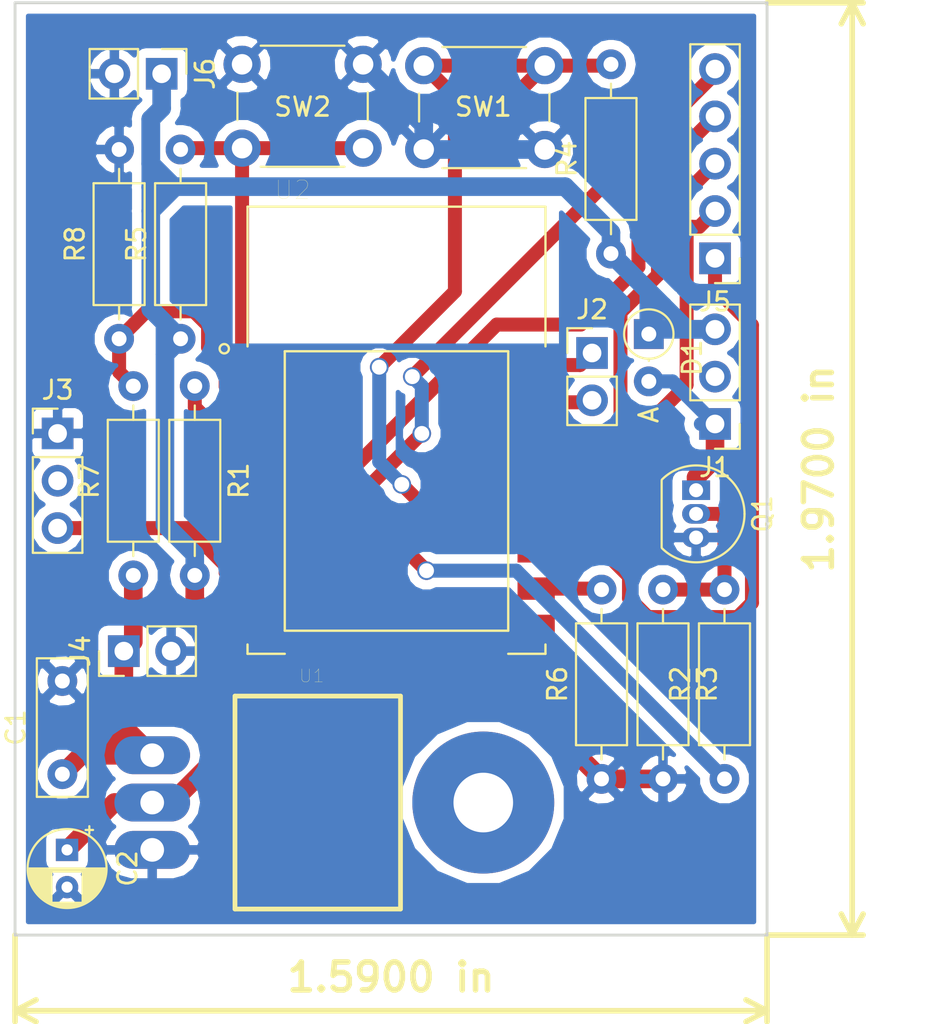
<source format=kicad_pcb>
(kicad_pcb (version 20171130) (host pcbnew "(5.0.1-3-g963ef8bb5)")

  (general
    (thickness 1.6)
    (drawings 6)
    (tracks 181)
    (zones 0)
    (modules 22)
    (nets 29)
  )

  (page A4)
  (title_block
    (title "Cue Stick PCB")
    (date 2020-03-06)
    (rev 1)
    (company "Author: Will Buxton")
    (comment 1 "Neuro Markers of Expertise VIP")
  )

  (layers
    (0 F.Cu signal)
    (31 B.Cu signal)
    (32 B.Adhes user)
    (33 F.Adhes user)
    (34 B.Paste user)
    (35 F.Paste user)
    (36 B.SilkS user)
    (37 F.SilkS user)
    (38 B.Mask user)
    (39 F.Mask user)
    (40 Dwgs.User user)
    (41 Cmts.User user)
    (42 Eco1.User user)
    (43 Eco2.User user)
    (44 Edge.Cuts user)
    (45 Margin user)
    (46 B.CrtYd user)
    (47 F.CrtYd user)
    (48 B.Fab user)
    (49 F.Fab user)
  )

  (setup
    (last_trace_width 0.75)
    (trace_clearance 0.3)
    (zone_clearance 0.508)
    (zone_45_only yes)
    (trace_min 0.5)
    (segment_width 0.2)
    (edge_width 0.15)
    (via_size 1)
    (via_drill 0.8)
    (via_min_size 0.4)
    (via_min_drill 0.3)
    (uvia_size 0.6)
    (uvia_drill 0.2)
    (uvias_allowed no)
    (uvia_min_size 0.2)
    (uvia_min_drill 0.1)
    (pcb_text_width 0.3)
    (pcb_text_size 1.5 1.5)
    (mod_edge_width 0.15)
    (mod_text_size 1 1)
    (mod_text_width 0.15)
    (pad_size 7.62 7.62)
    (pad_drill 3.2004)
    (pad_to_mask_clearance 0.051)
    (solder_mask_min_width 0.25)
    (aux_axis_origin 0 0)
    (visible_elements FFFFFF7F)
    (pcbplotparams
      (layerselection 0x010fc_ffffffff)
      (usegerberextensions false)
      (usegerberattributes false)
      (usegerberadvancedattributes false)
      (creategerberjobfile false)
      (excludeedgelayer true)
      (linewidth 0.100000)
      (plotframeref true)
      (viasonmask false)
      (mode 1)
      (useauxorigin false)
      (hpglpennumber 1)
      (hpglpenspeed 20)
      (hpglpendiameter 15.000000)
      (psnegative false)
      (psa4output false)
      (plotreference true)
      (plotvalue true)
      (plotinvisibletext false)
      (padsonsilk false)
      (subtractmaskfromsilk false)
      (outputformat 4)
      (mirror false)
      (drillshape 0)
      (scaleselection 1)
      (outputdirectory ""))
  )

  (net 0 "")
  (net 1 "Net-(Q1-Pad2)")
  (net 2 GND)
  (net 3 VCC)
  (net 4 +3V3)
  (net 5 "Net-(J1-Pad2)")
  (net 6 "Net-(J2-Pad1)")
  (net 7 /RXD)
  (net 8 "Net-(J3-Pad3)")
  (net 9 "Net-(J3-Pad2)")
  (net 10 "Net-(R1-Pad1)")
  (net 11 /MOTOR)
  (net 12 "Net-(R4-Pad2)")
  (net 13 "Net-(R5-Pad2)")
  (net 14 "Net-(R6-Pad2)")
  (net 15 "Net-(U2-Pad14)")
  (net 16 "Net-(U2-Pad13)")
  (net 17 "Net-(U2-Pad12)")
  (net 18 "Net-(U2-Pad11)")
  (net 19 "Net-(U2-Pad10)")
  (net 20 "Net-(U2-Pad9)")
  (net 21 /ADC)
  (net 22 "Net-(J5-Pad1)")
  (net 23 "Net-(J5-Pad2)")
  (net 24 "Net-(J5-Pad3)")
  (net 25 /PIN4)
  (net 26 /PIN5)
  (net 27 "Net-(U1-PadHEAT)")
  (net 28 "Net-(D1-Pad2)")

  (net_class Default "This is the default net class."
    (clearance 0.3)
    (trace_width 0.75)
    (via_dia 1)
    (via_drill 0.8)
    (uvia_dia 0.6)
    (uvia_drill 0.2)
    (diff_pair_gap 0.25)
    (diff_pair_width 0.5)
    (add_net /ADC)
    (add_net /MOTOR)
    (add_net /PIN4)
    (add_net /PIN5)
    (add_net /RXD)
    (add_net "Net-(D1-Pad2)")
    (add_net "Net-(J1-Pad2)")
    (add_net "Net-(J2-Pad1)")
    (add_net "Net-(J3-Pad2)")
    (add_net "Net-(J3-Pad3)")
    (add_net "Net-(J5-Pad1)")
    (add_net "Net-(J5-Pad2)")
    (add_net "Net-(J5-Pad3)")
    (add_net "Net-(Q1-Pad2)")
    (add_net "Net-(R1-Pad1)")
    (add_net "Net-(R4-Pad2)")
    (add_net "Net-(R5-Pad2)")
    (add_net "Net-(R6-Pad2)")
    (add_net "Net-(U1-PadHEAT)")
    (add_net "Net-(U2-Pad10)")
    (add_net "Net-(U2-Pad11)")
    (add_net "Net-(U2-Pad12)")
    (add_net "Net-(U2-Pad13)")
    (add_net "Net-(U2-Pad14)")
    (add_net "Net-(U2-Pad9)")
  )

  (net_class Thic ""
    (clearance 0.3)
    (trace_width 1)
    (via_dia 1.2)
    (via_drill 1)
    (uvia_dia 0.6)
    (uvia_drill 0.2)
    (diff_pair_gap 0.25)
    (diff_pair_width 0.5)
    (add_net +3V3)
    (add_net GND)
    (add_net VCC)
  )

  (module PMIC-LD1117V33_TO-220_:TO-220 (layer F.Cu) (tedit 5E5F0C6D) (tstamp 5E5FCD79)
    (at 66.548 57.658 270)
    (path /5E5EDFCA)
    (fp_text reference U1 (at -6.798834 2.859323 180) (layer F.SilkS)
      (effects (font (size 0.700446 0.700446) (thickness 0.015)))
    )
    (fp_text value "PMIC-LD1117V33(TO-220)" (at -5.08 1.27) (layer F.Fab)
      (effects (font (size 0.700383 0.700383) (thickness 0.015)))
    )
    (fp_line (start -5.715 -1.905) (end 5.715 -1.905) (layer F.SilkS) (width 0.254))
    (fp_line (start 5.715 -1.905) (end 5.715 6.985) (layer F.SilkS) (width 0.254))
    (fp_line (start 5.715 6.985) (end -5.715 6.985) (layer F.SilkS) (width 0.254))
    (fp_line (start -5.715 6.985) (end -5.715 -1.905) (layer F.SilkS) (width 0.254))
    (fp_poly (pts (xy -5.72255 -10.795) (xy 5.715 -10.795) (xy 5.715 13.3526) (xy -5.72255 13.3526)) (layer F.CrtYd) (width 0.01))
    (pad 1 thru_hole oval (at -2.54 11.43 270) (size 2.032 4.064) (drill 1.27) (layers *.Cu *.Mask)
      (net 3 VCC))
    (pad 3 thru_hole oval (at 0 11.43 270) (size 2.032 4.064) (drill 1.27) (layers *.Cu *.Mask)
      (net 4 +3V3))
    (pad 2 thru_hole oval (at 2.54 11.43 270) (size 2.032 4.064) (drill 1.27) (layers *.Cu *.Mask)
      (net 2 GND))
    (pad HEAT thru_hole circle (at 0 -6.35 270) (size 7.62 7.62) (drill 3.2004) (layers *.Cu *.Mask)
      (net 27 "Net-(U1-PadHEAT)"))
  )

  (module Button_Switch_THT:SW_PUSH_6mm (layer F.Cu) (tedit 5A02FE31) (tstamp 5E5F5D47)
    (at 76.2 22.606 180)
    (descr https://www.omron.com/ecb/products/pdf/en-b3f.pdf)
    (tags "tact sw push 6mm")
    (path /5E5EE437)
    (fp_text reference SW1 (at 3.302 2.286 180) (layer F.SilkS)
      (effects (font (size 1 1) (thickness 0.15)))
    )
    (fp_text value FLASH (at 3.75 6.7 180) (layer F.Fab)
      (effects (font (size 1 1) (thickness 0.15)))
    )
    (fp_circle (center 3.25 2.25) (end 1.25 2.5) (layer F.Fab) (width 0.1))
    (fp_line (start 6.75 3) (end 6.75 1.5) (layer F.SilkS) (width 0.12))
    (fp_line (start 5.5 -1) (end 1 -1) (layer F.SilkS) (width 0.12))
    (fp_line (start -0.25 1.5) (end -0.25 3) (layer F.SilkS) (width 0.12))
    (fp_line (start 1 5.5) (end 5.5 5.5) (layer F.SilkS) (width 0.12))
    (fp_line (start 8 -1.25) (end 8 5.75) (layer F.CrtYd) (width 0.05))
    (fp_line (start 7.75 6) (end -1.25 6) (layer F.CrtYd) (width 0.05))
    (fp_line (start -1.5 5.75) (end -1.5 -1.25) (layer F.CrtYd) (width 0.05))
    (fp_line (start -1.25 -1.5) (end 7.75 -1.5) (layer F.CrtYd) (width 0.05))
    (fp_line (start -1.5 6) (end -1.25 6) (layer F.CrtYd) (width 0.05))
    (fp_line (start -1.5 5.75) (end -1.5 6) (layer F.CrtYd) (width 0.05))
    (fp_line (start -1.5 -1.5) (end -1.25 -1.5) (layer F.CrtYd) (width 0.05))
    (fp_line (start -1.5 -1.25) (end -1.5 -1.5) (layer F.CrtYd) (width 0.05))
    (fp_line (start 8 -1.5) (end 8 -1.25) (layer F.CrtYd) (width 0.05))
    (fp_line (start 7.75 -1.5) (end 8 -1.5) (layer F.CrtYd) (width 0.05))
    (fp_line (start 8 6) (end 8 5.75) (layer F.CrtYd) (width 0.05))
    (fp_line (start 7.75 6) (end 8 6) (layer F.CrtYd) (width 0.05))
    (fp_line (start 0.25 -0.75) (end 3.25 -0.75) (layer F.Fab) (width 0.1))
    (fp_line (start 0.25 5.25) (end 0.25 -0.75) (layer F.Fab) (width 0.1))
    (fp_line (start 6.25 5.25) (end 0.25 5.25) (layer F.Fab) (width 0.1))
    (fp_line (start 6.25 -0.75) (end 6.25 5.25) (layer F.Fab) (width 0.1))
    (fp_line (start 3.25 -0.75) (end 6.25 -0.75) (layer F.Fab) (width 0.1))
    (fp_text user %R (at 3.25 2.25 180) (layer F.Fab)
      (effects (font (size 1 1) (thickness 0.15)))
    )
    (pad 1 thru_hole circle (at 6.5 0 270) (size 2 2) (drill 1.1) (layers *.Cu *.Mask)
      (net 2 GND))
    (pad 2 thru_hole circle (at 6.5 4.5 270) (size 2 2) (drill 1.1) (layers *.Cu *.Mask)
      (net 12 "Net-(R4-Pad2)"))
    (pad 1 thru_hole circle (at 0 0 270) (size 2 2) (drill 1.1) (layers *.Cu *.Mask)
      (net 2 GND))
    (pad 2 thru_hole circle (at 0 4.5 270) (size 2 2) (drill 1.1) (layers *.Cu *.Mask)
      (net 12 "Net-(R4-Pad2)"))
    (model ${KISYS3DMOD}/Button_Switch_THT.3dshapes/SW_PUSH_6mm.wrl
      (at (xyz 0 0 0))
      (scale (xyz 1 1 1))
      (rotate (xyz 0 0 0))
    )
  )

  (module Capacitor_THT:CP_Radial_D4.0mm_P2.00mm (layer F.Cu) (tedit 5AE50EF0) (tstamp 5E5F4B0A)
    (at 50.546 60.198 270)
    (descr "CP, Radial series, Radial, pin pitch=2.00mm, , diameter=4mm, Electrolytic Capacitor")
    (tags "CP Radial series Radial pin pitch 2.00mm  diameter 4mm Electrolytic Capacitor")
    (path /5E5EFCCD)
    (fp_text reference C2 (at 1 -3.25 270) (layer F.SilkS)
      (effects (font (size 1 1) (thickness 0.15)))
    )
    (fp_text value 10uF (at -2.286 0) (layer F.Fab)
      (effects (font (size 1 1) (thickness 0.15)))
    )
    (fp_circle (center 1 0) (end 3 0) (layer F.Fab) (width 0.1))
    (fp_circle (center 1 0) (end 3.12 0) (layer F.SilkS) (width 0.12))
    (fp_circle (center 1 0) (end 3.25 0) (layer F.CrtYd) (width 0.05))
    (fp_line (start -0.702554 -0.8675) (end -0.302554 -0.8675) (layer F.Fab) (width 0.1))
    (fp_line (start -0.502554 -1.0675) (end -0.502554 -0.6675) (layer F.Fab) (width 0.1))
    (fp_line (start 1 -2.08) (end 1 2.08) (layer F.SilkS) (width 0.12))
    (fp_line (start 1.04 -2.08) (end 1.04 2.08) (layer F.SilkS) (width 0.12))
    (fp_line (start 1.08 -2.079) (end 1.08 2.079) (layer F.SilkS) (width 0.12))
    (fp_line (start 1.12 -2.077) (end 1.12 2.077) (layer F.SilkS) (width 0.12))
    (fp_line (start 1.16 -2.074) (end 1.16 2.074) (layer F.SilkS) (width 0.12))
    (fp_line (start 1.2 -2.071) (end 1.2 -0.84) (layer F.SilkS) (width 0.12))
    (fp_line (start 1.2 0.84) (end 1.2 2.071) (layer F.SilkS) (width 0.12))
    (fp_line (start 1.24 -2.067) (end 1.24 -0.84) (layer F.SilkS) (width 0.12))
    (fp_line (start 1.24 0.84) (end 1.24 2.067) (layer F.SilkS) (width 0.12))
    (fp_line (start 1.28 -2.062) (end 1.28 -0.84) (layer F.SilkS) (width 0.12))
    (fp_line (start 1.28 0.84) (end 1.28 2.062) (layer F.SilkS) (width 0.12))
    (fp_line (start 1.32 -2.056) (end 1.32 -0.84) (layer F.SilkS) (width 0.12))
    (fp_line (start 1.32 0.84) (end 1.32 2.056) (layer F.SilkS) (width 0.12))
    (fp_line (start 1.36 -2.05) (end 1.36 -0.84) (layer F.SilkS) (width 0.12))
    (fp_line (start 1.36 0.84) (end 1.36 2.05) (layer F.SilkS) (width 0.12))
    (fp_line (start 1.4 -2.042) (end 1.4 -0.84) (layer F.SilkS) (width 0.12))
    (fp_line (start 1.4 0.84) (end 1.4 2.042) (layer F.SilkS) (width 0.12))
    (fp_line (start 1.44 -2.034) (end 1.44 -0.84) (layer F.SilkS) (width 0.12))
    (fp_line (start 1.44 0.84) (end 1.44 2.034) (layer F.SilkS) (width 0.12))
    (fp_line (start 1.48 -2.025) (end 1.48 -0.84) (layer F.SilkS) (width 0.12))
    (fp_line (start 1.48 0.84) (end 1.48 2.025) (layer F.SilkS) (width 0.12))
    (fp_line (start 1.52 -2.016) (end 1.52 -0.84) (layer F.SilkS) (width 0.12))
    (fp_line (start 1.52 0.84) (end 1.52 2.016) (layer F.SilkS) (width 0.12))
    (fp_line (start 1.56 -2.005) (end 1.56 -0.84) (layer F.SilkS) (width 0.12))
    (fp_line (start 1.56 0.84) (end 1.56 2.005) (layer F.SilkS) (width 0.12))
    (fp_line (start 1.6 -1.994) (end 1.6 -0.84) (layer F.SilkS) (width 0.12))
    (fp_line (start 1.6 0.84) (end 1.6 1.994) (layer F.SilkS) (width 0.12))
    (fp_line (start 1.64 -1.982) (end 1.64 -0.84) (layer F.SilkS) (width 0.12))
    (fp_line (start 1.64 0.84) (end 1.64 1.982) (layer F.SilkS) (width 0.12))
    (fp_line (start 1.68 -1.968) (end 1.68 -0.84) (layer F.SilkS) (width 0.12))
    (fp_line (start 1.68 0.84) (end 1.68 1.968) (layer F.SilkS) (width 0.12))
    (fp_line (start 1.721 -1.954) (end 1.721 -0.84) (layer F.SilkS) (width 0.12))
    (fp_line (start 1.721 0.84) (end 1.721 1.954) (layer F.SilkS) (width 0.12))
    (fp_line (start 1.761 -1.94) (end 1.761 -0.84) (layer F.SilkS) (width 0.12))
    (fp_line (start 1.761 0.84) (end 1.761 1.94) (layer F.SilkS) (width 0.12))
    (fp_line (start 1.801 -1.924) (end 1.801 -0.84) (layer F.SilkS) (width 0.12))
    (fp_line (start 1.801 0.84) (end 1.801 1.924) (layer F.SilkS) (width 0.12))
    (fp_line (start 1.841 -1.907) (end 1.841 -0.84) (layer F.SilkS) (width 0.12))
    (fp_line (start 1.841 0.84) (end 1.841 1.907) (layer F.SilkS) (width 0.12))
    (fp_line (start 1.881 -1.889) (end 1.881 -0.84) (layer F.SilkS) (width 0.12))
    (fp_line (start 1.881 0.84) (end 1.881 1.889) (layer F.SilkS) (width 0.12))
    (fp_line (start 1.921 -1.87) (end 1.921 -0.84) (layer F.SilkS) (width 0.12))
    (fp_line (start 1.921 0.84) (end 1.921 1.87) (layer F.SilkS) (width 0.12))
    (fp_line (start 1.961 -1.851) (end 1.961 -0.84) (layer F.SilkS) (width 0.12))
    (fp_line (start 1.961 0.84) (end 1.961 1.851) (layer F.SilkS) (width 0.12))
    (fp_line (start 2.001 -1.83) (end 2.001 -0.84) (layer F.SilkS) (width 0.12))
    (fp_line (start 2.001 0.84) (end 2.001 1.83) (layer F.SilkS) (width 0.12))
    (fp_line (start 2.041 -1.808) (end 2.041 -0.84) (layer F.SilkS) (width 0.12))
    (fp_line (start 2.041 0.84) (end 2.041 1.808) (layer F.SilkS) (width 0.12))
    (fp_line (start 2.081 -1.785) (end 2.081 -0.84) (layer F.SilkS) (width 0.12))
    (fp_line (start 2.081 0.84) (end 2.081 1.785) (layer F.SilkS) (width 0.12))
    (fp_line (start 2.121 -1.76) (end 2.121 -0.84) (layer F.SilkS) (width 0.12))
    (fp_line (start 2.121 0.84) (end 2.121 1.76) (layer F.SilkS) (width 0.12))
    (fp_line (start 2.161 -1.735) (end 2.161 -0.84) (layer F.SilkS) (width 0.12))
    (fp_line (start 2.161 0.84) (end 2.161 1.735) (layer F.SilkS) (width 0.12))
    (fp_line (start 2.201 -1.708) (end 2.201 -0.84) (layer F.SilkS) (width 0.12))
    (fp_line (start 2.201 0.84) (end 2.201 1.708) (layer F.SilkS) (width 0.12))
    (fp_line (start 2.241 -1.68) (end 2.241 -0.84) (layer F.SilkS) (width 0.12))
    (fp_line (start 2.241 0.84) (end 2.241 1.68) (layer F.SilkS) (width 0.12))
    (fp_line (start 2.281 -1.65) (end 2.281 -0.84) (layer F.SilkS) (width 0.12))
    (fp_line (start 2.281 0.84) (end 2.281 1.65) (layer F.SilkS) (width 0.12))
    (fp_line (start 2.321 -1.619) (end 2.321 -0.84) (layer F.SilkS) (width 0.12))
    (fp_line (start 2.321 0.84) (end 2.321 1.619) (layer F.SilkS) (width 0.12))
    (fp_line (start 2.361 -1.587) (end 2.361 -0.84) (layer F.SilkS) (width 0.12))
    (fp_line (start 2.361 0.84) (end 2.361 1.587) (layer F.SilkS) (width 0.12))
    (fp_line (start 2.401 -1.552) (end 2.401 -0.84) (layer F.SilkS) (width 0.12))
    (fp_line (start 2.401 0.84) (end 2.401 1.552) (layer F.SilkS) (width 0.12))
    (fp_line (start 2.441 -1.516) (end 2.441 -0.84) (layer F.SilkS) (width 0.12))
    (fp_line (start 2.441 0.84) (end 2.441 1.516) (layer F.SilkS) (width 0.12))
    (fp_line (start 2.481 -1.478) (end 2.481 -0.84) (layer F.SilkS) (width 0.12))
    (fp_line (start 2.481 0.84) (end 2.481 1.478) (layer F.SilkS) (width 0.12))
    (fp_line (start 2.521 -1.438) (end 2.521 -0.84) (layer F.SilkS) (width 0.12))
    (fp_line (start 2.521 0.84) (end 2.521 1.438) (layer F.SilkS) (width 0.12))
    (fp_line (start 2.561 -1.396) (end 2.561 -0.84) (layer F.SilkS) (width 0.12))
    (fp_line (start 2.561 0.84) (end 2.561 1.396) (layer F.SilkS) (width 0.12))
    (fp_line (start 2.601 -1.351) (end 2.601 -0.84) (layer F.SilkS) (width 0.12))
    (fp_line (start 2.601 0.84) (end 2.601 1.351) (layer F.SilkS) (width 0.12))
    (fp_line (start 2.641 -1.304) (end 2.641 -0.84) (layer F.SilkS) (width 0.12))
    (fp_line (start 2.641 0.84) (end 2.641 1.304) (layer F.SilkS) (width 0.12))
    (fp_line (start 2.681 -1.254) (end 2.681 -0.84) (layer F.SilkS) (width 0.12))
    (fp_line (start 2.681 0.84) (end 2.681 1.254) (layer F.SilkS) (width 0.12))
    (fp_line (start 2.721 -1.2) (end 2.721 -0.84) (layer F.SilkS) (width 0.12))
    (fp_line (start 2.721 0.84) (end 2.721 1.2) (layer F.SilkS) (width 0.12))
    (fp_line (start 2.761 -1.142) (end 2.761 -0.84) (layer F.SilkS) (width 0.12))
    (fp_line (start 2.761 0.84) (end 2.761 1.142) (layer F.SilkS) (width 0.12))
    (fp_line (start 2.801 -1.08) (end 2.801 -0.84) (layer F.SilkS) (width 0.12))
    (fp_line (start 2.801 0.84) (end 2.801 1.08) (layer F.SilkS) (width 0.12))
    (fp_line (start 2.841 -1.013) (end 2.841 1.013) (layer F.SilkS) (width 0.12))
    (fp_line (start 2.881 -0.94) (end 2.881 0.94) (layer F.SilkS) (width 0.12))
    (fp_line (start 2.921 -0.859) (end 2.921 0.859) (layer F.SilkS) (width 0.12))
    (fp_line (start 2.961 -0.768) (end 2.961 0.768) (layer F.SilkS) (width 0.12))
    (fp_line (start 3.001 -0.664) (end 3.001 0.664) (layer F.SilkS) (width 0.12))
    (fp_line (start 3.041 -0.537) (end 3.041 0.537) (layer F.SilkS) (width 0.12))
    (fp_line (start 3.081 -0.37) (end 3.081 0.37) (layer F.SilkS) (width 0.12))
    (fp_line (start -1.269801 -1.195) (end -0.869801 -1.195) (layer F.SilkS) (width 0.12))
    (fp_line (start -1.069801 -1.395) (end -1.069801 -0.995) (layer F.SilkS) (width 0.12))
    (fp_text user %R (at 1 0 270) (layer F.Fab)
      (effects (font (size 0.8 0.8) (thickness 0.12)))
    )
    (pad 1 thru_hole rect (at 0 0 270) (size 1.2 1.2) (drill 0.6) (layers *.Cu *.Mask)
      (net 4 +3V3))
    (pad 2 thru_hole circle (at 2 0 270) (size 1.2 1.2) (drill 0.6) (layers *.Cu *.Mask)
      (net 2 GND))
    (model ${KISYS3DMOD}/Capacitor_THT.3dshapes/CP_Radial_D4.0mm_P2.00mm.wrl
      (at (xyz 0 0 0))
      (scale (xyz 1 1 1))
      (rotate (xyz 0 0 0))
    )
  )

  (module Connector_PinHeader_2.54mm:PinHeader_1x03_P2.54mm_Vertical (layer F.Cu) (tedit 59FED5CC) (tstamp 5E5F4B21)
    (at 85.344 37.338 180)
    (descr "Through hole straight pin header, 1x03, 2.54mm pitch, single row")
    (tags "Through hole pin header THT 1x03 2.54mm single row")
    (path /5E5F435F)
    (fp_text reference J1 (at 0 -2.33 180) (layer F.SilkS)
      (effects (font (size 1 1) (thickness 0.15)))
    )
    (fp_text value MOTOR (at 0 7.41 180) (layer F.Fab)
      (effects (font (size 1 1) (thickness 0.15)))
    )
    (fp_line (start -0.635 -1.27) (end 1.27 -1.27) (layer F.Fab) (width 0.1))
    (fp_line (start 1.27 -1.27) (end 1.27 6.35) (layer F.Fab) (width 0.1))
    (fp_line (start 1.27 6.35) (end -1.27 6.35) (layer F.Fab) (width 0.1))
    (fp_line (start -1.27 6.35) (end -1.27 -0.635) (layer F.Fab) (width 0.1))
    (fp_line (start -1.27 -0.635) (end -0.635 -1.27) (layer F.Fab) (width 0.1))
    (fp_line (start -1.33 6.41) (end 1.33 6.41) (layer F.SilkS) (width 0.12))
    (fp_line (start -1.33 1.27) (end -1.33 6.41) (layer F.SilkS) (width 0.12))
    (fp_line (start 1.33 1.27) (end 1.33 6.41) (layer F.SilkS) (width 0.12))
    (fp_line (start -1.33 1.27) (end 1.33 1.27) (layer F.SilkS) (width 0.12))
    (fp_line (start -1.33 0) (end -1.33 -1.33) (layer F.SilkS) (width 0.12))
    (fp_line (start -1.33 -1.33) (end 0 -1.33) (layer F.SilkS) (width 0.12))
    (fp_line (start -1.8 -1.8) (end -1.8 6.85) (layer F.CrtYd) (width 0.05))
    (fp_line (start -1.8 6.85) (end 1.8 6.85) (layer F.CrtYd) (width 0.05))
    (fp_line (start 1.8 6.85) (end 1.8 -1.8) (layer F.CrtYd) (width 0.05))
    (fp_line (start 1.8 -1.8) (end -1.8 -1.8) (layer F.CrtYd) (width 0.05))
    (fp_text user %R (at 0 2.54 270) (layer F.Fab)
      (effects (font (size 1 1) (thickness 0.15)))
    )
    (pad 1 thru_hole rect (at 0 0 180) (size 1.7 1.7) (drill 1) (layers *.Cu *.Mask)
      (net 28 "Net-(D1-Pad2)"))
    (pad 2 thru_hole oval (at 0 2.54 180) (size 1.7 1.7) (drill 1) (layers *.Cu *.Mask)
      (net 5 "Net-(J1-Pad2)"))
    (pad 3 thru_hole oval (at 0 5.08 180) (size 1.7 1.7) (drill 1) (layers *.Cu *.Mask)
      (net 4 +3V3))
    (model ${KISYS3DMOD}/Connector_PinHeader_2.54mm.3dshapes/PinHeader_1x03_P2.54mm_Vertical.wrl
      (at (xyz 0 0 0))
      (scale (xyz 1 1 1))
      (rotate (xyz 0 0 0))
    )
  )

  (module Connector_PinHeader_2.54mm:PinHeader_1x02_P2.54mm_Vertical (layer F.Cu) (tedit 59FED5CC) (tstamp 5E5F4B37)
    (at 78.74 33.528)
    (descr "Through hole straight pin header, 1x02, 2.54mm pitch, single row")
    (tags "Through hole pin header THT 1x02 2.54mm single row")
    (path /5E5EE4BF)
    (fp_text reference J2 (at 0 -2.33) (layer F.SilkS)
      (effects (font (size 1 1) (thickness 0.15)))
    )
    (fp_text value PROGRAM (at 0 4.87) (layer F.Fab)
      (effects (font (size 1 1) (thickness 0.15)))
    )
    (fp_line (start -0.635 -1.27) (end 1.27 -1.27) (layer F.Fab) (width 0.1))
    (fp_line (start 1.27 -1.27) (end 1.27 3.81) (layer F.Fab) (width 0.1))
    (fp_line (start 1.27 3.81) (end -1.27 3.81) (layer F.Fab) (width 0.1))
    (fp_line (start -1.27 3.81) (end -1.27 -0.635) (layer F.Fab) (width 0.1))
    (fp_line (start -1.27 -0.635) (end -0.635 -1.27) (layer F.Fab) (width 0.1))
    (fp_line (start -1.33 3.87) (end 1.33 3.87) (layer F.SilkS) (width 0.12))
    (fp_line (start -1.33 1.27) (end -1.33 3.87) (layer F.SilkS) (width 0.12))
    (fp_line (start 1.33 1.27) (end 1.33 3.87) (layer F.SilkS) (width 0.12))
    (fp_line (start -1.33 1.27) (end 1.33 1.27) (layer F.SilkS) (width 0.12))
    (fp_line (start -1.33 0) (end -1.33 -1.33) (layer F.SilkS) (width 0.12))
    (fp_line (start -1.33 -1.33) (end 0 -1.33) (layer F.SilkS) (width 0.12))
    (fp_line (start -1.8 -1.8) (end -1.8 4.35) (layer F.CrtYd) (width 0.05))
    (fp_line (start -1.8 4.35) (end 1.8 4.35) (layer F.CrtYd) (width 0.05))
    (fp_line (start 1.8 4.35) (end 1.8 -1.8) (layer F.CrtYd) (width 0.05))
    (fp_line (start 1.8 -1.8) (end -1.8 -1.8) (layer F.CrtYd) (width 0.05))
    (fp_text user %R (at 0 1.27 90) (layer F.Fab)
      (effects (font (size 1 1) (thickness 0.15)))
    )
    (pad 1 thru_hole rect (at 0 0) (size 1.7 1.7) (drill 1) (layers *.Cu *.Mask)
      (net 6 "Net-(J2-Pad1)"))
    (pad 2 thru_hole oval (at 0 2.54) (size 1.7 1.7) (drill 1) (layers *.Cu *.Mask)
      (net 7 /RXD))
    (model ${KISYS3DMOD}/Connector_PinHeader_2.54mm.3dshapes/PinHeader_1x02_P2.54mm_Vertical.wrl
      (at (xyz 0 0 0))
      (scale (xyz 1 1 1))
      (rotate (xyz 0 0 0))
    )
  )

  (module Connector_PinHeader_2.54mm:PinHeader_1x03_P2.54mm_Vertical (layer F.Cu) (tedit 5E5EFB7B) (tstamp 5E5F4B4E)
    (at 50.038 37.846)
    (descr "Through hole straight pin header, 1x03, 2.54mm pitch, single row")
    (tags "Through hole pin header THT 1x03 2.54mm single row")
    (path /5E5F509A)
    (fp_text reference J3 (at 0 -2.33) (layer F.SilkS)
      (effects (font (size 1 1) (thickness 0.15)))
    )
    (fp_text value LED (at 0 7.41) (layer F.Fab)
      (effects (font (size 1 1) (thickness 0.15)))
    )
    (fp_text user %R (at 0 2.54 90) (layer F.Fab)
      (effects (font (size 1 1) (thickness 0.15)))
    )
    (fp_line (start 1.8 -1.8) (end -1.8 -1.8) (layer F.CrtYd) (width 0.05))
    (fp_line (start 1.8 6.85) (end 1.8 -1.8) (layer F.CrtYd) (width 0.05))
    (fp_line (start -1.8 6.85) (end 1.8 6.85) (layer F.CrtYd) (width 0.05))
    (fp_line (start -1.8 -1.8) (end -1.8 6.85) (layer F.CrtYd) (width 0.05))
    (fp_line (start -1.33 -1.33) (end 0 -1.33) (layer F.SilkS) (width 0.12))
    (fp_line (start -1.33 0) (end -1.33 -1.33) (layer F.SilkS) (width 0.12))
    (fp_line (start -1.33 1.27) (end 1.33 1.27) (layer F.SilkS) (width 0.12))
    (fp_line (start 1.33 1.27) (end 1.33 6.41) (layer F.SilkS) (width 0.12))
    (fp_line (start -1.33 1.27) (end -1.33 6.41) (layer F.SilkS) (width 0.12))
    (fp_line (start -1.33 6.41) (end 1.33 6.41) (layer F.SilkS) (width 0.12))
    (fp_line (start -1.27 -0.635) (end -0.635 -1.27) (layer F.Fab) (width 0.1))
    (fp_line (start -1.27 6.35) (end -1.27 -0.635) (layer F.Fab) (width 0.1))
    (fp_line (start 1.27 6.35) (end -1.27 6.35) (layer F.Fab) (width 0.1))
    (fp_line (start 1.27 -1.27) (end 1.27 6.35) (layer F.Fab) (width 0.1))
    (fp_line (start -0.635 -1.27) (end 1.27 -1.27) (layer F.Fab) (width 0.1))
    (pad 3 thru_hole oval (at 0 5.08) (size 1.7 1.7) (drill 1) (layers *.Cu *.Mask)
      (net 8 "Net-(J3-Pad3)"))
    (pad 2 thru_hole oval (at 0 2.54) (size 1.7 1.7) (drill 1) (layers *.Cu *.Mask)
      (net 9 "Net-(J3-Pad2)"))
    (pad 1 thru_hole rect (at 0 0) (size 1.7 1.7) (drill 1) (layers *.Cu *.Mask)
      (net 2 GND))
    (model ${KISYS3DMOD}/Connector_PinHeader_2.54mm.3dshapes/PinHeader_1x03_P2.54mm_Vertical.wrl
      (at (xyz 0 0 0))
      (scale (xyz 1 1 1))
      (rotate (xyz 0 0 0))
    )
  )

  (module Connector_PinHeader_2.54mm:PinHeader_1x02_P2.54mm_Vertical (layer F.Cu) (tedit 59FED5CC) (tstamp 5E5F6125)
    (at 53.594 49.53 90)
    (descr "Through hole straight pin header, 1x02, 2.54mm pitch, single row")
    (tags "Through hole pin header THT 1x02 2.54mm single row")
    (path /5E5EFB88)
    (fp_text reference J4 (at 0 -2.33 90) (layer F.SilkS)
      (effects (font (size 1 1) (thickness 0.15)))
    )
    (fp_text value PWR (at 0 4.87 90) (layer F.Fab)
      (effects (font (size 1 1) (thickness 0.15)))
    )
    (fp_text user %R (at 0 1.27 -180) (layer F.Fab)
      (effects (font (size 1 1) (thickness 0.15)))
    )
    (fp_line (start 1.8 -1.8) (end -1.8 -1.8) (layer F.CrtYd) (width 0.05))
    (fp_line (start 1.8 4.35) (end 1.8 -1.8) (layer F.CrtYd) (width 0.05))
    (fp_line (start -1.8 4.35) (end 1.8 4.35) (layer F.CrtYd) (width 0.05))
    (fp_line (start -1.8 -1.8) (end -1.8 4.35) (layer F.CrtYd) (width 0.05))
    (fp_line (start -1.33 -1.33) (end 0 -1.33) (layer F.SilkS) (width 0.12))
    (fp_line (start -1.33 0) (end -1.33 -1.33) (layer F.SilkS) (width 0.12))
    (fp_line (start -1.33 1.27) (end 1.33 1.27) (layer F.SilkS) (width 0.12))
    (fp_line (start 1.33 1.27) (end 1.33 3.87) (layer F.SilkS) (width 0.12))
    (fp_line (start -1.33 1.27) (end -1.33 3.87) (layer F.SilkS) (width 0.12))
    (fp_line (start -1.33 3.87) (end 1.33 3.87) (layer F.SilkS) (width 0.12))
    (fp_line (start -1.27 -0.635) (end -0.635 -1.27) (layer F.Fab) (width 0.1))
    (fp_line (start -1.27 3.81) (end -1.27 -0.635) (layer F.Fab) (width 0.1))
    (fp_line (start 1.27 3.81) (end -1.27 3.81) (layer F.Fab) (width 0.1))
    (fp_line (start 1.27 -1.27) (end 1.27 3.81) (layer F.Fab) (width 0.1))
    (fp_line (start -0.635 -1.27) (end 1.27 -1.27) (layer F.Fab) (width 0.1))
    (pad 2 thru_hole oval (at 0 2.54 90) (size 1.7 1.7) (drill 1) (layers *.Cu *.Mask)
      (net 2 GND))
    (pad 1 thru_hole rect (at 0 0 90) (size 1.7 1.7) (drill 1) (layers *.Cu *.Mask)
      (net 3 VCC))
    (model ${KISYS3DMOD}/Connector_PinHeader_2.54mm.3dshapes/PinHeader_1x02_P2.54mm_Vertical.wrl
      (at (xyz 0 0 0))
      (scale (xyz 1 1 1))
      (rotate (xyz 0 0 0))
    )
  )

  (module Package_TO_SOT_THT:TO-92_Inline (layer F.Cu) (tedit 5A1DD157) (tstamp 5E5F4B76)
    (at 84.328 40.894 270)
    (descr "TO-92 leads in-line, narrow, oval pads, drill 0.75mm (see NXP sot054_po.pdf)")
    (tags "to-92 sc-43 sc-43a sot54 PA33 transistor")
    (path /5E5EE117)
    (fp_text reference Q1 (at 1.27 -3.56 270) (layer F.SilkS)
      (effects (font (size 1 1) (thickness 0.15)))
    )
    (fp_text value BC337 (at 1.27 2.79 270) (layer F.Fab)
      (effects (font (size 1 1) (thickness 0.15)))
    )
    (fp_text user %R (at 1.27 -3.56 270) (layer F.Fab)
      (effects (font (size 1 1) (thickness 0.15)))
    )
    (fp_line (start -0.53 1.85) (end 3.07 1.85) (layer F.SilkS) (width 0.12))
    (fp_line (start -0.5 1.75) (end 3 1.75) (layer F.Fab) (width 0.1))
    (fp_line (start -1.46 -2.73) (end 4 -2.73) (layer F.CrtYd) (width 0.05))
    (fp_line (start -1.46 -2.73) (end -1.46 2.01) (layer F.CrtYd) (width 0.05))
    (fp_line (start 4 2.01) (end 4 -2.73) (layer F.CrtYd) (width 0.05))
    (fp_line (start 4 2.01) (end -1.46 2.01) (layer F.CrtYd) (width 0.05))
    (fp_arc (start 1.27 0) (end 1.27 -2.48) (angle 135) (layer F.Fab) (width 0.1))
    (fp_arc (start 1.27 0) (end 1.27 -2.6) (angle -135) (layer F.SilkS) (width 0.12))
    (fp_arc (start 1.27 0) (end 1.27 -2.48) (angle -135) (layer F.Fab) (width 0.1))
    (fp_arc (start 1.27 0) (end 1.27 -2.6) (angle 135) (layer F.SilkS) (width 0.12))
    (pad 2 thru_hole oval (at 1.27 0 270) (size 1.05 1.5) (drill 0.75) (layers *.Cu *.Mask)
      (net 1 "Net-(Q1-Pad2)"))
    (pad 3 thru_hole oval (at 2.54 0 270) (size 1.05 1.5) (drill 0.75) (layers *.Cu *.Mask)
      (net 2 GND))
    (pad 1 thru_hole rect (at 0 0 270) (size 1.05 1.5) (drill 0.75) (layers *.Cu *.Mask)
      (net 28 "Net-(D1-Pad2)"))
    (model ${KISYS3DMOD}/Package_TO_SOT_THT.3dshapes/TO-92_Inline.wrl
      (at (xyz 0 0 0))
      (scale (xyz 1 1 1))
      (rotate (xyz 0 0 0))
    )
  )

  (module Resistor_THT:R_Axial_DIN0207_L6.3mm_D2.5mm_P10.16mm_Horizontal (layer F.Cu) (tedit 5AE5139B) (tstamp 5E5F4B8D)
    (at 57.404 35.306 270)
    (descr "Resistor, Axial_DIN0207 series, Axial, Horizontal, pin pitch=10.16mm, 0.25W = 1/4W, length*diameter=6.3*2.5mm^2, http://cdn-reichelt.de/documents/datenblatt/B400/1_4W%23YAG.pdf")
    (tags "Resistor Axial_DIN0207 series Axial Horizontal pin pitch 10.16mm 0.25W = 1/4W length 6.3mm diameter 2.5mm")
    (path /5E5F0576)
    (fp_text reference R1 (at 5.08 -2.37 270) (layer F.SilkS)
      (effects (font (size 1 1) (thickness 0.15)))
    )
    (fp_text value R (at 5.08 2.37 270) (layer F.Fab)
      (effects (font (size 1 1) (thickness 0.15)))
    )
    (fp_line (start 1.93 -1.25) (end 1.93 1.25) (layer F.Fab) (width 0.1))
    (fp_line (start 1.93 1.25) (end 8.23 1.25) (layer F.Fab) (width 0.1))
    (fp_line (start 8.23 1.25) (end 8.23 -1.25) (layer F.Fab) (width 0.1))
    (fp_line (start 8.23 -1.25) (end 1.93 -1.25) (layer F.Fab) (width 0.1))
    (fp_line (start 0 0) (end 1.93 0) (layer F.Fab) (width 0.1))
    (fp_line (start 10.16 0) (end 8.23 0) (layer F.Fab) (width 0.1))
    (fp_line (start 1.81 -1.37) (end 1.81 1.37) (layer F.SilkS) (width 0.12))
    (fp_line (start 1.81 1.37) (end 8.35 1.37) (layer F.SilkS) (width 0.12))
    (fp_line (start 8.35 1.37) (end 8.35 -1.37) (layer F.SilkS) (width 0.12))
    (fp_line (start 8.35 -1.37) (end 1.81 -1.37) (layer F.SilkS) (width 0.12))
    (fp_line (start 1.04 0) (end 1.81 0) (layer F.SilkS) (width 0.12))
    (fp_line (start 9.12 0) (end 8.35 0) (layer F.SilkS) (width 0.12))
    (fp_line (start -1.05 -1.5) (end -1.05 1.5) (layer F.CrtYd) (width 0.05))
    (fp_line (start -1.05 1.5) (end 11.21 1.5) (layer F.CrtYd) (width 0.05))
    (fp_line (start 11.21 1.5) (end 11.21 -1.5) (layer F.CrtYd) (width 0.05))
    (fp_line (start 11.21 -1.5) (end -1.05 -1.5) (layer F.CrtYd) (width 0.05))
    (fp_text user %R (at 5.08 0 270) (layer F.Fab)
      (effects (font (size 1 1) (thickness 0.15)))
    )
    (pad 1 thru_hole circle (at 0 0 270) (size 1.6 1.6) (drill 0.8) (layers *.Cu *.Mask)
      (net 10 "Net-(R1-Pad1)"))
    (pad 2 thru_hole oval (at 10.16 0 270) (size 1.6 1.6) (drill 0.8) (layers *.Cu *.Mask)
      (net 4 +3V3))
    (model ${KISYS3DMOD}/Resistor_THT.3dshapes/R_Axial_DIN0207_L6.3mm_D2.5mm_P10.16mm_Horizontal.wrl
      (at (xyz 0 0 0))
      (scale (xyz 1 1 1))
      (rotate (xyz 0 0 0))
    )
  )

  (module Resistor_THT:R_Axial_DIN0207_L6.3mm_D2.5mm_P10.16mm_Horizontal (layer F.Cu) (tedit 5AE5139B) (tstamp 5E5F5F36)
    (at 85.852 56.388 90)
    (descr "Resistor, Axial_DIN0207 series, Axial, Horizontal, pin pitch=10.16mm, 0.25W = 1/4W, length*diameter=6.3*2.5mm^2, http://cdn-reichelt.de/documents/datenblatt/B400/1_4W%23YAG.pdf")
    (tags "Resistor Axial_DIN0207 series Axial Horizontal pin pitch 10.16mm 0.25W = 1/4W length 6.3mm diameter 2.5mm")
    (path /5E5F5FCA)
    (fp_text reference R2 (at 5.08 -2.37 90) (layer F.SilkS)
      (effects (font (size 1 1) (thickness 0.15)))
    )
    (fp_text value 220 (at 5.08 2.37 90) (layer F.Fab)
      (effects (font (size 1 1) (thickness 0.15)))
    )
    (fp_text user %R (at 5.08 0 90) (layer F.Fab)
      (effects (font (size 1 1) (thickness 0.15)))
    )
    (fp_line (start 11.21 -1.5) (end -1.05 -1.5) (layer F.CrtYd) (width 0.05))
    (fp_line (start 11.21 1.5) (end 11.21 -1.5) (layer F.CrtYd) (width 0.05))
    (fp_line (start -1.05 1.5) (end 11.21 1.5) (layer F.CrtYd) (width 0.05))
    (fp_line (start -1.05 -1.5) (end -1.05 1.5) (layer F.CrtYd) (width 0.05))
    (fp_line (start 9.12 0) (end 8.35 0) (layer F.SilkS) (width 0.12))
    (fp_line (start 1.04 0) (end 1.81 0) (layer F.SilkS) (width 0.12))
    (fp_line (start 8.35 -1.37) (end 1.81 -1.37) (layer F.SilkS) (width 0.12))
    (fp_line (start 8.35 1.37) (end 8.35 -1.37) (layer F.SilkS) (width 0.12))
    (fp_line (start 1.81 1.37) (end 8.35 1.37) (layer F.SilkS) (width 0.12))
    (fp_line (start 1.81 -1.37) (end 1.81 1.37) (layer F.SilkS) (width 0.12))
    (fp_line (start 10.16 0) (end 8.23 0) (layer F.Fab) (width 0.1))
    (fp_line (start 0 0) (end 1.93 0) (layer F.Fab) (width 0.1))
    (fp_line (start 8.23 -1.25) (end 1.93 -1.25) (layer F.Fab) (width 0.1))
    (fp_line (start 8.23 1.25) (end 8.23 -1.25) (layer F.Fab) (width 0.1))
    (fp_line (start 1.93 1.25) (end 8.23 1.25) (layer F.Fab) (width 0.1))
    (fp_line (start 1.93 -1.25) (end 1.93 1.25) (layer F.Fab) (width 0.1))
    (pad 2 thru_hole oval (at 10.16 0 90) (size 1.6 1.6) (drill 0.8) (layers *.Cu *.Mask)
      (net 1 "Net-(Q1-Pad2)"))
    (pad 1 thru_hole circle (at 0 0 90) (size 1.6 1.6) (drill 0.8) (layers *.Cu *.Mask)
      (net 11 /MOTOR))
    (model ${KISYS3DMOD}/Resistor_THT.3dshapes/R_Axial_DIN0207_L6.3mm_D2.5mm_P10.16mm_Horizontal.wrl
      (at (xyz 0 0 0))
      (scale (xyz 1 1 1))
      (rotate (xyz 0 0 0))
    )
  )

  (module Resistor_THT:R_Axial_DIN0207_L6.3mm_D2.5mm_P10.16mm_Horizontal (layer F.Cu) (tedit 5AE5139B) (tstamp 5E5F66E6)
    (at 82.55 46.228 270)
    (descr "Resistor, Axial_DIN0207 series, Axial, Horizontal, pin pitch=10.16mm, 0.25W = 1/4W, length*diameter=6.3*2.5mm^2, http://cdn-reichelt.de/documents/datenblatt/B400/1_4W%23YAG.pdf")
    (tags "Resistor Axial_DIN0207 series Axial Horizontal pin pitch 10.16mm 0.25W = 1/4W length 6.3mm diameter 2.5mm")
    (path /5E5F5B53)
    (fp_text reference R3 (at 5.08 -2.37 270) (layer F.SilkS)
      (effects (font (size 1 1) (thickness 0.15)))
    )
    (fp_text value 220 (at 5.08 2.37 270) (layer F.Fab)
      (effects (font (size 1 1) (thickness 0.15)))
    )
    (fp_line (start 1.93 -1.25) (end 1.93 1.25) (layer F.Fab) (width 0.1))
    (fp_line (start 1.93 1.25) (end 8.23 1.25) (layer F.Fab) (width 0.1))
    (fp_line (start 8.23 1.25) (end 8.23 -1.25) (layer F.Fab) (width 0.1))
    (fp_line (start 8.23 -1.25) (end 1.93 -1.25) (layer F.Fab) (width 0.1))
    (fp_line (start 0 0) (end 1.93 0) (layer F.Fab) (width 0.1))
    (fp_line (start 10.16 0) (end 8.23 0) (layer F.Fab) (width 0.1))
    (fp_line (start 1.81 -1.37) (end 1.81 1.37) (layer F.SilkS) (width 0.12))
    (fp_line (start 1.81 1.37) (end 8.35 1.37) (layer F.SilkS) (width 0.12))
    (fp_line (start 8.35 1.37) (end 8.35 -1.37) (layer F.SilkS) (width 0.12))
    (fp_line (start 8.35 -1.37) (end 1.81 -1.37) (layer F.SilkS) (width 0.12))
    (fp_line (start 1.04 0) (end 1.81 0) (layer F.SilkS) (width 0.12))
    (fp_line (start 9.12 0) (end 8.35 0) (layer F.SilkS) (width 0.12))
    (fp_line (start -1.05 -1.5) (end -1.05 1.5) (layer F.CrtYd) (width 0.05))
    (fp_line (start -1.05 1.5) (end 11.21 1.5) (layer F.CrtYd) (width 0.05))
    (fp_line (start 11.21 1.5) (end 11.21 -1.5) (layer F.CrtYd) (width 0.05))
    (fp_line (start 11.21 -1.5) (end -1.05 -1.5) (layer F.CrtYd) (width 0.05))
    (fp_text user %R (at 5.08 0 270) (layer F.Fab)
      (effects (font (size 1 1) (thickness 0.15)))
    )
    (pad 1 thru_hole circle (at 0 0 270) (size 1.6 1.6) (drill 0.8) (layers *.Cu *.Mask)
      (net 1 "Net-(Q1-Pad2)"))
    (pad 2 thru_hole oval (at 10.16 0 270) (size 1.6 1.6) (drill 0.8) (layers *.Cu *.Mask)
      (net 2 GND))
    (model ${KISYS3DMOD}/Resistor_THT.3dshapes/R_Axial_DIN0207_L6.3mm_D2.5mm_P10.16mm_Horizontal.wrl
      (at (xyz 0 0 0))
      (scale (xyz 1 1 1))
      (rotate (xyz 0 0 0))
    )
  )

  (module Resistor_THT:R_Axial_DIN0207_L6.3mm_D2.5mm_P10.16mm_Horizontal (layer F.Cu) (tedit 5E601DEB) (tstamp 5E5F4BD2)
    (at 79.756 28.194 90)
    (descr "Resistor, Axial_DIN0207 series, Axial, Horizontal, pin pitch=10.16mm, 0.25W = 1/4W, length*diameter=6.3*2.5mm^2, http://cdn-reichelt.de/documents/datenblatt/B400/1_4W%23YAG.pdf")
    (tags "Resistor Axial_DIN0207 series Axial Horizontal pin pitch 10.16mm 0.25W = 1/4W length 6.3mm diameter 2.5mm")
    (path /5E5F00E7)
    (fp_text reference R4 (at 5.08 -2.37 90) (layer F.SilkS)
      (effects (font (size 1 1) (thickness 0.15)))
    )
    (fp_text value 10K (at 5.08 2.37 90) (layer F.Fab)
      (effects (font (size 1 1) (thickness 0.15)))
    )
    (fp_text user %R (at 4.826 0 90) (layer F.Fab)
      (effects (font (size 1 1) (thickness 0.15)))
    )
    (fp_line (start 11.21 -1.5) (end -1.05 -1.5) (layer F.CrtYd) (width 0.05))
    (fp_line (start 11.21 1.5) (end 11.21 -1.5) (layer F.CrtYd) (width 0.05))
    (fp_line (start -1.05 1.5) (end 11.21 1.5) (layer F.CrtYd) (width 0.05))
    (fp_line (start -1.05 -1.5) (end -1.05 1.5) (layer F.CrtYd) (width 0.05))
    (fp_line (start 9.12 0) (end 8.35 0) (layer F.SilkS) (width 0.12))
    (fp_line (start 1.04 0) (end 1.81 0) (layer F.SilkS) (width 0.12))
    (fp_line (start 8.35 -1.37) (end 1.81 -1.37) (layer F.SilkS) (width 0.12))
    (fp_line (start 8.35 1.37) (end 8.35 -1.37) (layer F.SilkS) (width 0.12))
    (fp_line (start 1.81 1.37) (end 8.35 1.37) (layer F.SilkS) (width 0.12))
    (fp_line (start 1.81 -1.37) (end 1.81 1.37) (layer F.SilkS) (width 0.12))
    (fp_line (start 10.16 0) (end 8.23 0) (layer F.Fab) (width 0.1))
    (fp_line (start 0 0) (end 1.93 0) (layer F.Fab) (width 0.1))
    (fp_line (start 8.23 -1.25) (end 1.93 -1.25) (layer F.Fab) (width 0.1))
    (fp_line (start 8.23 1.25) (end 8.23 -1.25) (layer F.Fab) (width 0.1))
    (fp_line (start 1.93 1.25) (end 8.23 1.25) (layer F.Fab) (width 0.1))
    (fp_line (start 1.93 -1.25) (end 1.93 1.25) (layer F.Fab) (width 0.1))
    (pad 2 thru_hole oval (at 10.16 0 90) (size 1.6 1.6) (drill 0.8) (layers *.Cu *.Mask)
      (net 12 "Net-(R4-Pad2)"))
    (pad 1 thru_hole circle (at 0 0 90) (size 1.6 1.6) (drill 0.8) (layers *.Cu *.Mask)
      (net 4 +3V3))
    (model ${KISYS3DMOD}/Resistor_THT.3dshapes/R_Axial_DIN0207_L6.3mm_D2.5mm_P10.16mm_Horizontal.wrl
      (at (xyz 0 0 0))
      (scale (xyz 1 1 1))
      (rotate (xyz 0 0 0))
    )
  )

  (module Resistor_THT:R_Axial_DIN0207_L6.3mm_D2.5mm_P10.16mm_Horizontal (layer F.Cu) (tedit 5AE5139B) (tstamp 5E5F4BE9)
    (at 56.642 32.766 90)
    (descr "Resistor, Axial_DIN0207 series, Axial, Horizontal, pin pitch=10.16mm, 0.25W = 1/4W, length*diameter=6.3*2.5mm^2, http://cdn-reichelt.de/documents/datenblatt/B400/1_4W%23YAG.pdf")
    (tags "Resistor Axial_DIN0207 series Axial Horizontal pin pitch 10.16mm 0.25W = 1/4W length 6.3mm diameter 2.5mm")
    (path /5E5EEE75)
    (fp_text reference R5 (at 5.08 -2.37 90) (layer F.SilkS)
      (effects (font (size 1 1) (thickness 0.15)))
    )
    (fp_text value 10K (at 5.08 2.37 90) (layer F.Fab)
      (effects (font (size 1 1) (thickness 0.15)))
    )
    (fp_line (start 1.93 -1.25) (end 1.93 1.25) (layer F.Fab) (width 0.1))
    (fp_line (start 1.93 1.25) (end 8.23 1.25) (layer F.Fab) (width 0.1))
    (fp_line (start 8.23 1.25) (end 8.23 -1.25) (layer F.Fab) (width 0.1))
    (fp_line (start 8.23 -1.25) (end 1.93 -1.25) (layer F.Fab) (width 0.1))
    (fp_line (start 0 0) (end 1.93 0) (layer F.Fab) (width 0.1))
    (fp_line (start 10.16 0) (end 8.23 0) (layer F.Fab) (width 0.1))
    (fp_line (start 1.81 -1.37) (end 1.81 1.37) (layer F.SilkS) (width 0.12))
    (fp_line (start 1.81 1.37) (end 8.35 1.37) (layer F.SilkS) (width 0.12))
    (fp_line (start 8.35 1.37) (end 8.35 -1.37) (layer F.SilkS) (width 0.12))
    (fp_line (start 8.35 -1.37) (end 1.81 -1.37) (layer F.SilkS) (width 0.12))
    (fp_line (start 1.04 0) (end 1.81 0) (layer F.SilkS) (width 0.12))
    (fp_line (start 9.12 0) (end 8.35 0) (layer F.SilkS) (width 0.12))
    (fp_line (start -1.05 -1.5) (end -1.05 1.5) (layer F.CrtYd) (width 0.05))
    (fp_line (start -1.05 1.5) (end 11.21 1.5) (layer F.CrtYd) (width 0.05))
    (fp_line (start 11.21 1.5) (end 11.21 -1.5) (layer F.CrtYd) (width 0.05))
    (fp_line (start 11.21 -1.5) (end -1.05 -1.5) (layer F.CrtYd) (width 0.05))
    (fp_text user %R (at 5.08 0 90) (layer F.Fab)
      (effects (font (size 1 1) (thickness 0.15)))
    )
    (pad 1 thru_hole circle (at 0 0 90) (size 1.6 1.6) (drill 0.8) (layers *.Cu *.Mask)
      (net 4 +3V3))
    (pad 2 thru_hole oval (at 10.16 0 90) (size 1.6 1.6) (drill 0.8) (layers *.Cu *.Mask)
      (net 13 "Net-(R5-Pad2)"))
    (model ${KISYS3DMOD}/Resistor_THT.3dshapes/R_Axial_DIN0207_L6.3mm_D2.5mm_P10.16mm_Horizontal.wrl
      (at (xyz 0 0 0))
      (scale (xyz 1 1 1))
      (rotate (xyz 0 0 0))
    )
  )

  (module Resistor_THT:R_Axial_DIN0207_L6.3mm_D2.5mm_P10.16mm_Horizontal (layer F.Cu) (tedit 5AE5139B) (tstamp 5E5F68CF)
    (at 79.248 56.388 90)
    (descr "Resistor, Axial_DIN0207 series, Axial, Horizontal, pin pitch=10.16mm, 0.25W = 1/4W, length*diameter=6.3*2.5mm^2, http://cdn-reichelt.de/documents/datenblatt/B400/1_4W%23YAG.pdf")
    (tags "Resistor Axial_DIN0207 series Axial Horizontal pin pitch 10.16mm 0.25W = 1/4W length 6.3mm diameter 2.5mm")
    (path /5E5EEC28)
    (fp_text reference R6 (at 5.08 -2.37 90) (layer F.SilkS)
      (effects (font (size 1 1) (thickness 0.15)))
    )
    (fp_text value 10K (at 5.08 2.37 90) (layer F.Fab)
      (effects (font (size 1 1) (thickness 0.15)))
    )
    (fp_text user %R (at 5.08 0 90) (layer F.Fab)
      (effects (font (size 1 1) (thickness 0.15)))
    )
    (fp_line (start 11.21 -1.5) (end -1.05 -1.5) (layer F.CrtYd) (width 0.05))
    (fp_line (start 11.21 1.5) (end 11.21 -1.5) (layer F.CrtYd) (width 0.05))
    (fp_line (start -1.05 1.5) (end 11.21 1.5) (layer F.CrtYd) (width 0.05))
    (fp_line (start -1.05 -1.5) (end -1.05 1.5) (layer F.CrtYd) (width 0.05))
    (fp_line (start 9.12 0) (end 8.35 0) (layer F.SilkS) (width 0.12))
    (fp_line (start 1.04 0) (end 1.81 0) (layer F.SilkS) (width 0.12))
    (fp_line (start 8.35 -1.37) (end 1.81 -1.37) (layer F.SilkS) (width 0.12))
    (fp_line (start 8.35 1.37) (end 8.35 -1.37) (layer F.SilkS) (width 0.12))
    (fp_line (start 1.81 1.37) (end 8.35 1.37) (layer F.SilkS) (width 0.12))
    (fp_line (start 1.81 -1.37) (end 1.81 1.37) (layer F.SilkS) (width 0.12))
    (fp_line (start 10.16 0) (end 8.23 0) (layer F.Fab) (width 0.1))
    (fp_line (start 0 0) (end 1.93 0) (layer F.Fab) (width 0.1))
    (fp_line (start 8.23 -1.25) (end 1.93 -1.25) (layer F.Fab) (width 0.1))
    (fp_line (start 8.23 1.25) (end 8.23 -1.25) (layer F.Fab) (width 0.1))
    (fp_line (start 1.93 1.25) (end 8.23 1.25) (layer F.Fab) (width 0.1))
    (fp_line (start 1.93 -1.25) (end 1.93 1.25) (layer F.Fab) (width 0.1))
    (pad 2 thru_hole oval (at 10.16 0 90) (size 1.6 1.6) (drill 0.8) (layers *.Cu *.Mask)
      (net 14 "Net-(R6-Pad2)"))
    (pad 1 thru_hole circle (at 0 0 90) (size 1.6 1.6) (drill 0.8) (layers *.Cu *.Mask)
      (net 2 GND))
    (model ${KISYS3DMOD}/Resistor_THT.3dshapes/R_Axial_DIN0207_L6.3mm_D2.5mm_P10.16mm_Horizontal.wrl
      (at (xyz 0 0 0))
      (scale (xyz 1 1 1))
      (rotate (xyz 0 0 0))
    )
  )

  (module Button_Switch_THT:SW_PUSH_6mm (layer F.Cu) (tedit 5A02FE31) (tstamp 5E5F5C73)
    (at 59.944 18.034)
    (descr https://www.omron.com/ecb/products/pdf/en-b3f.pdf)
    (tags "tact sw push 6mm")
    (path /5E5EE388)
    (fp_text reference SW2 (at 3.25 2.286) (layer F.SilkS)
      (effects (font (size 1 1) (thickness 0.15)))
    )
    (fp_text value RESET (at 3.302 -2.286) (layer F.Fab)
      (effects (font (size 1 1) (thickness 0.15)))
    )
    (fp_text user %R (at 3.25 2.25) (layer F.Fab)
      (effects (font (size 1 1) (thickness 0.15)))
    )
    (fp_line (start 3.25 -0.75) (end 6.25 -0.75) (layer F.Fab) (width 0.1))
    (fp_line (start 6.25 -0.75) (end 6.25 5.25) (layer F.Fab) (width 0.1))
    (fp_line (start 6.25 5.25) (end 0.25 5.25) (layer F.Fab) (width 0.1))
    (fp_line (start 0.25 5.25) (end 0.25 -0.75) (layer F.Fab) (width 0.1))
    (fp_line (start 0.25 -0.75) (end 3.25 -0.75) (layer F.Fab) (width 0.1))
    (fp_line (start 7.75 6) (end 8 6) (layer F.CrtYd) (width 0.05))
    (fp_line (start 8 6) (end 8 5.75) (layer F.CrtYd) (width 0.05))
    (fp_line (start 7.75 -1.5) (end 8 -1.5) (layer F.CrtYd) (width 0.05))
    (fp_line (start 8 -1.5) (end 8 -1.25) (layer F.CrtYd) (width 0.05))
    (fp_line (start -1.5 -1.25) (end -1.5 -1.5) (layer F.CrtYd) (width 0.05))
    (fp_line (start -1.5 -1.5) (end -1.25 -1.5) (layer F.CrtYd) (width 0.05))
    (fp_line (start -1.5 5.75) (end -1.5 6) (layer F.CrtYd) (width 0.05))
    (fp_line (start -1.5 6) (end -1.25 6) (layer F.CrtYd) (width 0.05))
    (fp_line (start -1.25 -1.5) (end 7.75 -1.5) (layer F.CrtYd) (width 0.05))
    (fp_line (start -1.5 5.75) (end -1.5 -1.25) (layer F.CrtYd) (width 0.05))
    (fp_line (start 7.75 6) (end -1.25 6) (layer F.CrtYd) (width 0.05))
    (fp_line (start 8 -1.25) (end 8 5.75) (layer F.CrtYd) (width 0.05))
    (fp_line (start 1 5.5) (end 5.5 5.5) (layer F.SilkS) (width 0.12))
    (fp_line (start -0.25 1.5) (end -0.25 3) (layer F.SilkS) (width 0.12))
    (fp_line (start 5.5 -1) (end 1 -1) (layer F.SilkS) (width 0.12))
    (fp_line (start 6.75 3) (end 6.75 1.5) (layer F.SilkS) (width 0.12))
    (fp_circle (center 3.25 2.25) (end 1.25 2.5) (layer F.Fab) (width 0.1))
    (pad 2 thru_hole circle (at 0 4.5 90) (size 2 2) (drill 1.1) (layers *.Cu *.Mask)
      (net 13 "Net-(R5-Pad2)"))
    (pad 1 thru_hole circle (at 0 0 90) (size 2 2) (drill 1.1) (layers *.Cu *.Mask)
      (net 2 GND))
    (pad 2 thru_hole circle (at 6.5 4.5 90) (size 2 2) (drill 1.1) (layers *.Cu *.Mask)
      (net 13 "Net-(R5-Pad2)"))
    (pad 1 thru_hole circle (at 6.5 0 90) (size 2 2) (drill 1.1) (layers *.Cu *.Mask)
      (net 2 GND))
    (model ${KISYS3DMOD}/Button_Switch_THT.3dshapes/SW_PUSH_6mm.wrl
      (at (xyz 0 0 0))
      (scale (xyz 1 1 1))
      (rotate (xyz 0 0 0))
    )
  )

  (module XCVR_ESP8266-12E_ESP-12E (layer F.Cu) (tedit 5E5ED469) (tstamp 5E5F4C7B)
    (at 68.237501 41.175001)
    (path /5E5EDF3A)
    (fp_text reference U2 (at -5.57929 -16.39759) (layer F.SilkS)
      (effects (font (size 1.000772 1.000772) (thickness 0.015)))
    )
    (fp_text value ESP8266-12E_ESP-12E (at 6.49605 10.37461) (layer F.Fab)
      (effects (font (size 1.000929 1.000929) (thickness 0.015)))
    )
    (fp_line (start -8.75 -15.75) (end -8.75 9.625) (layer F.CrtYd) (width 0.05))
    (fp_line (start 8.75 -15.75) (end -8.75 -15.75) (layer F.CrtYd) (width 0.05))
    (fp_line (start 8.75 9.625) (end 8.75 -15.75) (layer F.CrtYd) (width 0.05))
    (fp_line (start -8.75 9.625) (end 8.75 9.625) (layer F.CrtYd) (width 0.05))
    (fp_circle (center -9.25 -7.875) (end -9 -7.875) (layer F.SilkS) (width 0.127))
    (fp_line (start 8 8.5) (end 6 8.5) (layer F.SilkS) (width 0.127))
    (fp_line (start 8 8) (end 8 8.5) (layer F.SilkS) (width 0.127))
    (fp_line (start -8 8.5) (end -6 8.5) (layer F.SilkS) (width 0.127))
    (fp_line (start -8 8) (end -8 8.5) (layer F.SilkS) (width 0.127))
    (fp_line (start 8 -15.5) (end 8 -8) (layer F.SilkS) (width 0.127))
    (fp_line (start -8 -15.5) (end 8 -15.5) (layer F.SilkS) (width 0.127))
    (fp_line (start -8 -8) (end -8 -15.5) (layer F.SilkS) (width 0.127))
    (fp_poly (pts (xy -8.00901 -15.5) (xy 8 -15.5) (xy 8 -8.50958) (xy -8.00901 -8.50958)) (layer Dwgs.User) (width 0.01))
    (fp_poly (pts (xy -8.00901 -15.5) (xy 8 -15.5) (xy 8 -8.50958) (xy -8.00901 -8.50958)) (layer Dwgs.User) (width 0.01))
    (fp_line (start -8 8.5) (end -8 -15.5) (layer F.Fab) (width 0.127))
    (fp_line (start 8 8.5) (end -8 8.5) (layer F.Fab) (width 0.127))
    (fp_line (start 8 -15.5) (end 8 8.5) (layer F.Fab) (width 0.127))
    (fp_line (start -8 -15.5) (end 8 -15.5) (layer F.Fab) (width 0.127))
    (fp_line (start -6 7.26) (end -6 -7.74) (layer F.SilkS) (width 0.127))
    (fp_line (start 6 7.26) (end -6 7.26) (layer F.SilkS) (width 0.127))
    (fp_line (start 6 -7.74) (end 6 7.26) (layer F.SilkS) (width 0.127))
    (fp_line (start -6 -7.74) (end 6 -7.74) (layer F.SilkS) (width 0.127))
    (pad 14 smd rect (at 5 8.5) (size 1.1 1.7) (layers F.Cu F.Paste F.Mask)
      (net 15 "Net-(U2-Pad14)"))
    (pad 13 smd rect (at 3 8.5) (size 1.1 1.7) (layers F.Cu F.Paste F.Mask)
      (net 16 "Net-(U2-Pad13)"))
    (pad 12 smd rect (at 1 8.5) (size 1.1 1.7) (layers F.Cu F.Paste F.Mask)
      (net 17 "Net-(U2-Pad12)"))
    (pad 11 smd rect (at -1 8.5) (size 1.1 1.7) (layers F.Cu F.Paste F.Mask)
      (net 18 "Net-(U2-Pad11)"))
    (pad 10 smd rect (at -3 8.5) (size 1.1 1.7) (layers F.Cu F.Paste F.Mask)
      (net 19 "Net-(U2-Pad10)"))
    (pad 9 smd rect (at -5 8.5) (size 1.1 1.7) (layers F.Cu F.Paste F.Mask)
      (net 20 "Net-(U2-Pad9)"))
    (pad 22 smd rect (at 7.5 -7) (size 2 1.2) (layers F.Cu F.Paste F.Mask)
      (net 6 "Net-(J2-Pad1)"))
    (pad 21 smd rect (at 7.5 -5) (size 2 1.2) (layers F.Cu F.Paste F.Mask)
      (net 7 /RXD))
    (pad 20 smd rect (at 7.5 -3) (size 2 1.2) (layers F.Cu F.Paste F.Mask)
      (net 24 "Net-(J5-Pad3)"))
    (pad 19 smd rect (at 7.5 -1) (size 2 1.2) (layers F.Cu F.Paste F.Mask)
      (net 23 "Net-(J5-Pad2)"))
    (pad 18 smd rect (at 7.5 1) (size 2 1.2) (layers F.Cu F.Paste F.Mask)
      (net 12 "Net-(R4-Pad2)"))
    (pad 17 smd rect (at 7.5 3) (size 2 1.2) (layers F.Cu F.Paste F.Mask)
      (net 22 "Net-(J5-Pad1)"))
    (pad 16 smd rect (at 7.5 5) (size 2 1.2) (layers F.Cu F.Paste F.Mask)
      (net 14 "Net-(R6-Pad2)"))
    (pad 15 smd rect (at 7.5 7) (size 2 1.2) (layers F.Cu F.Paste F.Mask)
      (net 2 GND))
    (pad 8 smd rect (at -7.5 7) (size 2 1.2) (layers F.Cu F.Paste F.Mask)
      (net 4 +3V3))
    (pad 7 smd rect (at -7.5 5) (size 2 1.2) (layers F.Cu F.Paste F.Mask)
      (net 8 "Net-(J3-Pad3)"))
    (pad 6 smd rect (at -7.5 3) (size 2 1.2) (layers F.Cu F.Paste F.Mask)
      (net 11 /MOTOR))
    (pad 5 smd rect (at -7.5 1) (size 2 1.2) (layers F.Cu F.Paste F.Mask)
      (net 26 /PIN5))
    (pad 4 smd rect (at -7.5 -1) (size 2 1.2) (layers F.Cu F.Paste F.Mask)
      (net 25 /PIN4))
    (pad 3 smd rect (at -7.5 -3) (size 2 1.2) (layers F.Cu F.Paste F.Mask)
      (net 10 "Net-(R1-Pad1)"))
    (pad 2 smd rect (at -7.5 -5) (size 2 1.2) (layers F.Cu F.Paste F.Mask)
      (net 21 /ADC))
    (pad 1 smd rect (at -7.5 -7) (size 2 1.2) (layers F.Cu F.Paste F.Mask)
      (net 13 "Net-(R5-Pad2)"))
  )

  (module Resistor_THT:R_Axial_DIN0207_L6.3mm_D2.5mm_P10.16mm_Horizontal (layer F.Cu) (tedit 5AE5139B) (tstamp 5E5FD71D)
    (at 54.102 45.466 90)
    (descr "Resistor, Axial_DIN0207 series, Axial, Horizontal, pin pitch=10.16mm, 0.25W = 1/4W, length*diameter=6.3*2.5mm^2, http://cdn-reichelt.de/documents/datenblatt/B400/1_4W%23YAG.pdf")
    (tags "Resistor Axial_DIN0207 series Axial Horizontal pin pitch 10.16mm 0.25W = 1/4W length 6.3mm diameter 2.5mm")
    (path /5E5F1887)
    (fp_text reference R7 (at 5.08 -2.37 90) (layer F.SilkS)
      (effects (font (size 1 1) (thickness 0.15)))
    )
    (fp_text value 5M (at 5.08 2.37 90) (layer F.Fab)
      (effects (font (size 1 1) (thickness 0.15)))
    )
    (fp_line (start 1.93 -1.25) (end 1.93 1.25) (layer F.Fab) (width 0.1))
    (fp_line (start 1.93 1.25) (end 8.23 1.25) (layer F.Fab) (width 0.1))
    (fp_line (start 8.23 1.25) (end 8.23 -1.25) (layer F.Fab) (width 0.1))
    (fp_line (start 8.23 -1.25) (end 1.93 -1.25) (layer F.Fab) (width 0.1))
    (fp_line (start 0 0) (end 1.93 0) (layer F.Fab) (width 0.1))
    (fp_line (start 10.16 0) (end 8.23 0) (layer F.Fab) (width 0.1))
    (fp_line (start 1.81 -1.37) (end 1.81 1.37) (layer F.SilkS) (width 0.12))
    (fp_line (start 1.81 1.37) (end 8.35 1.37) (layer F.SilkS) (width 0.12))
    (fp_line (start 8.35 1.37) (end 8.35 -1.37) (layer F.SilkS) (width 0.12))
    (fp_line (start 8.35 -1.37) (end 1.81 -1.37) (layer F.SilkS) (width 0.12))
    (fp_line (start 1.04 0) (end 1.81 0) (layer F.SilkS) (width 0.12))
    (fp_line (start 9.12 0) (end 8.35 0) (layer F.SilkS) (width 0.12))
    (fp_line (start -1.05 -1.5) (end -1.05 1.5) (layer F.CrtYd) (width 0.05))
    (fp_line (start -1.05 1.5) (end 11.21 1.5) (layer F.CrtYd) (width 0.05))
    (fp_line (start 11.21 1.5) (end 11.21 -1.5) (layer F.CrtYd) (width 0.05))
    (fp_line (start 11.21 -1.5) (end -1.05 -1.5) (layer F.CrtYd) (width 0.05))
    (fp_text user %R (at 5.08 0 90) (layer F.Fab)
      (effects (font (size 1 1) (thickness 0.15)))
    )
    (pad 1 thru_hole circle (at 0 0 90) (size 1.6 1.6) (drill 0.8) (layers *.Cu *.Mask)
      (net 3 VCC))
    (pad 2 thru_hole oval (at 10.16 0 90) (size 1.6 1.6) (drill 0.8) (layers *.Cu *.Mask)
      (net 21 /ADC))
    (model ${KISYS3DMOD}/Resistor_THT.3dshapes/R_Axial_DIN0207_L6.3mm_D2.5mm_P10.16mm_Horizontal.wrl
      (at (xyz 0 0 0))
      (scale (xyz 1 1 1))
      (rotate (xyz 0 0 0))
    )
  )

  (module Resistor_THT:R_Axial_DIN0207_L6.3mm_D2.5mm_P10.16mm_Horizontal (layer F.Cu) (tedit 5AE5139B) (tstamp 5E5FD89A)
    (at 53.34 32.766 90)
    (descr "Resistor, Axial_DIN0207 series, Axial, Horizontal, pin pitch=10.16mm, 0.25W = 1/4W, length*diameter=6.3*2.5mm^2, http://cdn-reichelt.de/documents/datenblatt/B400/1_4W%23YAG.pdf")
    (tags "Resistor Axial_DIN0207 series Axial Horizontal pin pitch 10.16mm 0.25W = 1/4W length 6.3mm diameter 2.5mm")
    (path /5E5F1DB1)
    (fp_text reference R8 (at 5.08 -2.37 90) (layer F.SilkS)
      (effects (font (size 1 1) (thickness 0.15)))
    )
    (fp_text value 1M (at 5.08 2.37 90) (layer F.Fab)
      (effects (font (size 1 1) (thickness 0.15)))
    )
    (fp_text user %R (at 5.08 0 90) (layer F.Fab)
      (effects (font (size 1 1) (thickness 0.15)))
    )
    (fp_line (start 11.21 -1.5) (end -1.05 -1.5) (layer F.CrtYd) (width 0.05))
    (fp_line (start 11.21 1.5) (end 11.21 -1.5) (layer F.CrtYd) (width 0.05))
    (fp_line (start -1.05 1.5) (end 11.21 1.5) (layer F.CrtYd) (width 0.05))
    (fp_line (start -1.05 -1.5) (end -1.05 1.5) (layer F.CrtYd) (width 0.05))
    (fp_line (start 9.12 0) (end 8.35 0) (layer F.SilkS) (width 0.12))
    (fp_line (start 1.04 0) (end 1.81 0) (layer F.SilkS) (width 0.12))
    (fp_line (start 8.35 -1.37) (end 1.81 -1.37) (layer F.SilkS) (width 0.12))
    (fp_line (start 8.35 1.37) (end 8.35 -1.37) (layer F.SilkS) (width 0.12))
    (fp_line (start 1.81 1.37) (end 8.35 1.37) (layer F.SilkS) (width 0.12))
    (fp_line (start 1.81 -1.37) (end 1.81 1.37) (layer F.SilkS) (width 0.12))
    (fp_line (start 10.16 0) (end 8.23 0) (layer F.Fab) (width 0.1))
    (fp_line (start 0 0) (end 1.93 0) (layer F.Fab) (width 0.1))
    (fp_line (start 8.23 -1.25) (end 1.93 -1.25) (layer F.Fab) (width 0.1))
    (fp_line (start 8.23 1.25) (end 8.23 -1.25) (layer F.Fab) (width 0.1))
    (fp_line (start 1.93 1.25) (end 8.23 1.25) (layer F.Fab) (width 0.1))
    (fp_line (start 1.93 -1.25) (end 1.93 1.25) (layer F.Fab) (width 0.1))
    (pad 2 thru_hole oval (at 10.16 0 90) (size 1.6 1.6) (drill 0.8) (layers *.Cu *.Mask)
      (net 2 GND))
    (pad 1 thru_hole circle (at 0 0 90) (size 1.6 1.6) (drill 0.8) (layers *.Cu *.Mask)
      (net 21 /ADC))
    (model ${KISYS3DMOD}/Resistor_THT.3dshapes/R_Axial_DIN0207_L6.3mm_D2.5mm_P10.16mm_Horizontal.wrl
      (at (xyz 0 0 0))
      (scale (xyz 1 1 1))
      (rotate (xyz 0 0 0))
    )
  )

  (module Connector_PinHeader_2.54mm:PinHeader_1x05_P2.54mm_Vertical (layer F.Cu) (tedit 59FED5CC) (tstamp 5E600264)
    (at 85.344 28.448 180)
    (descr "Through hole straight pin header, 1x05, 2.54mm pitch, single row")
    (tags "Through hole pin header THT 1x05 2.54mm single row")
    (path /5E5F5CC5)
    (fp_text reference J5 (at 0 -2.33 180) (layer F.SilkS)
      (effects (font (size 1 1) (thickness 0.15)))
    )
    (fp_text value EXTRA (at 0 12.49 180) (layer F.Fab)
      (effects (font (size 1 1) (thickness 0.15)))
    )
    (fp_line (start -0.635 -1.27) (end 1.27 -1.27) (layer F.Fab) (width 0.1))
    (fp_line (start 1.27 -1.27) (end 1.27 11.43) (layer F.Fab) (width 0.1))
    (fp_line (start 1.27 11.43) (end -1.27 11.43) (layer F.Fab) (width 0.1))
    (fp_line (start -1.27 11.43) (end -1.27 -0.635) (layer F.Fab) (width 0.1))
    (fp_line (start -1.27 -0.635) (end -0.635 -1.27) (layer F.Fab) (width 0.1))
    (fp_line (start -1.33 11.49) (end 1.33 11.49) (layer F.SilkS) (width 0.12))
    (fp_line (start -1.33 1.27) (end -1.33 11.49) (layer F.SilkS) (width 0.12))
    (fp_line (start 1.33 1.27) (end 1.33 11.49) (layer F.SilkS) (width 0.12))
    (fp_line (start -1.33 1.27) (end 1.33 1.27) (layer F.SilkS) (width 0.12))
    (fp_line (start -1.33 0) (end -1.33 -1.33) (layer F.SilkS) (width 0.12))
    (fp_line (start -1.33 -1.33) (end 0 -1.33) (layer F.SilkS) (width 0.12))
    (fp_line (start -1.8 -1.8) (end -1.8 11.95) (layer F.CrtYd) (width 0.05))
    (fp_line (start -1.8 11.95) (end 1.8 11.95) (layer F.CrtYd) (width 0.05))
    (fp_line (start 1.8 11.95) (end 1.8 -1.8) (layer F.CrtYd) (width 0.05))
    (fp_line (start 1.8 -1.8) (end -1.8 -1.8) (layer F.CrtYd) (width 0.05))
    (fp_text user %R (at 0 5.08 270) (layer F.Fab)
      (effects (font (size 1 1) (thickness 0.15)))
    )
    (pad 1 thru_hole rect (at 0 0 180) (size 1.7 1.7) (drill 1) (layers *.Cu *.Mask)
      (net 22 "Net-(J5-Pad1)"))
    (pad 2 thru_hole oval (at 0 2.54 180) (size 1.7 1.7) (drill 1) (layers *.Cu *.Mask)
      (net 23 "Net-(J5-Pad2)"))
    (pad 3 thru_hole oval (at 0 5.08 180) (size 1.7 1.7) (drill 1) (layers *.Cu *.Mask)
      (net 24 "Net-(J5-Pad3)"))
    (pad 4 thru_hole oval (at 0 7.62 180) (size 1.7 1.7) (drill 1) (layers *.Cu *.Mask)
      (net 25 /PIN4))
    (pad 5 thru_hole oval (at 0 10.16 180) (size 1.7 1.7) (drill 1) (layers *.Cu *.Mask)
      (net 26 /PIN5))
    (model ${KISYS3DMOD}/Connector_PinHeader_2.54mm.3dshapes/PinHeader_1x05_P2.54mm_Vertical.wrl
      (at (xyz 0 0 0))
      (scale (xyz 1 1 1))
      (rotate (xyz 0 0 0))
    )
  )

  (module Connector_PinHeader_2.54mm:PinHeader_1x02_P2.54mm_Vertical (layer F.Cu) (tedit 59FED5CC) (tstamp 5E601A53)
    (at 55.626 18.542 270)
    (descr "Through hole straight pin header, 1x02, 2.54mm pitch, single row")
    (tags "Through hole pin header THT 1x02 2.54mm single row")
    (path /5E6026BD)
    (fp_text reference J6 (at 0 -2.33 270) (layer F.SilkS)
      (effects (font (size 1 1) (thickness 0.15)))
    )
    (fp_text value PWR (at 0 4.87 270) (layer F.Fab)
      (effects (font (size 1 1) (thickness 0.15)))
    )
    (fp_line (start -0.635 -1.27) (end 1.27 -1.27) (layer F.Fab) (width 0.1))
    (fp_line (start 1.27 -1.27) (end 1.27 3.81) (layer F.Fab) (width 0.1))
    (fp_line (start 1.27 3.81) (end -1.27 3.81) (layer F.Fab) (width 0.1))
    (fp_line (start -1.27 3.81) (end -1.27 -0.635) (layer F.Fab) (width 0.1))
    (fp_line (start -1.27 -0.635) (end -0.635 -1.27) (layer F.Fab) (width 0.1))
    (fp_line (start -1.33 3.87) (end 1.33 3.87) (layer F.SilkS) (width 0.12))
    (fp_line (start -1.33 1.27) (end -1.33 3.87) (layer F.SilkS) (width 0.12))
    (fp_line (start 1.33 1.27) (end 1.33 3.87) (layer F.SilkS) (width 0.12))
    (fp_line (start -1.33 1.27) (end 1.33 1.27) (layer F.SilkS) (width 0.12))
    (fp_line (start -1.33 0) (end -1.33 -1.33) (layer F.SilkS) (width 0.12))
    (fp_line (start -1.33 -1.33) (end 0 -1.33) (layer F.SilkS) (width 0.12))
    (fp_line (start -1.8 -1.8) (end -1.8 4.35) (layer F.CrtYd) (width 0.05))
    (fp_line (start -1.8 4.35) (end 1.8 4.35) (layer F.CrtYd) (width 0.05))
    (fp_line (start 1.8 4.35) (end 1.8 -1.8) (layer F.CrtYd) (width 0.05))
    (fp_line (start 1.8 -1.8) (end -1.8 -1.8) (layer F.CrtYd) (width 0.05))
    (fp_text user %R (at 0 1.27) (layer F.Fab)
      (effects (font (size 1 1) (thickness 0.15)))
    )
    (pad 1 thru_hole rect (at 0 0 270) (size 1.7 1.7) (drill 1) (layers *.Cu *.Mask)
      (net 4 +3V3))
    (pad 2 thru_hole oval (at 0 2.54 270) (size 1.7 1.7) (drill 1) (layers *.Cu *.Mask)
      (net 2 GND))
    (model ${KISYS3DMOD}/Connector_PinHeader_2.54mm.3dshapes/PinHeader_1x02_P2.54mm_Vertical.wrl
      (at (xyz 0 0 0))
      (scale (xyz 1 1 1))
      (rotate (xyz 0 0 0))
    )
  )

  (module Capacitor_THT:C_Rect_L7.2mm_W2.5mm_P5.00mm_FKS2_FKP2_MKS2_MKP2 (layer F.Cu) (tedit 5AE50EF0) (tstamp 5E617664)
    (at 50.292 56.134 90)
    (descr "C, Rect series, Radial, pin pitch=5.00mm, , length*width=7.2*2.5mm^2, Capacitor, http://www.wima.com/EN/WIMA_FKS_2.pdf")
    (tags "C Rect series Radial pin pitch 5.00mm  length 7.2mm width 2.5mm Capacitor")
    (path /5E5EFA30)
    (fp_text reference C1 (at 2.5 -2.5 90) (layer F.SilkS)
      (effects (font (size 1 1) (thickness 0.15)))
    )
    (fp_text value 100nF (at 2.5 2.5 90) (layer F.Fab)
      (effects (font (size 1 1) (thickness 0.15)))
    )
    (fp_line (start -1.1 -1.25) (end -1.1 1.25) (layer F.Fab) (width 0.1))
    (fp_line (start -1.1 1.25) (end 6.1 1.25) (layer F.Fab) (width 0.1))
    (fp_line (start 6.1 1.25) (end 6.1 -1.25) (layer F.Fab) (width 0.1))
    (fp_line (start 6.1 -1.25) (end -1.1 -1.25) (layer F.Fab) (width 0.1))
    (fp_line (start -1.22 -1.37) (end 6.22 -1.37) (layer F.SilkS) (width 0.12))
    (fp_line (start -1.22 1.37) (end 6.22 1.37) (layer F.SilkS) (width 0.12))
    (fp_line (start -1.22 -1.37) (end -1.22 1.37) (layer F.SilkS) (width 0.12))
    (fp_line (start 6.22 -1.37) (end 6.22 1.37) (layer F.SilkS) (width 0.12))
    (fp_line (start -1.35 -1.5) (end -1.35 1.5) (layer F.CrtYd) (width 0.05))
    (fp_line (start -1.35 1.5) (end 6.35 1.5) (layer F.CrtYd) (width 0.05))
    (fp_line (start 6.35 1.5) (end 6.35 -1.5) (layer F.CrtYd) (width 0.05))
    (fp_line (start 6.35 -1.5) (end -1.35 -1.5) (layer F.CrtYd) (width 0.05))
    (fp_text user %R (at 2.5 0 90) (layer F.Fab)
      (effects (font (size 1 1) (thickness 0.15)))
    )
    (pad 1 thru_hole circle (at 0 0 90) (size 1.6 1.6) (drill 0.8) (layers *.Cu *.Mask)
      (net 3 VCC))
    (pad 2 thru_hole circle (at 5 0 90) (size 1.6 1.6) (drill 0.8) (layers *.Cu *.Mask)
      (net 2 GND))
    (model ${KISYS3DMOD}/Capacitor_THT.3dshapes/C_Rect_L7.2mm_W2.5mm_P5.00mm_FKS2_FKP2_MKS2_MKP2.wrl
      (at (xyz 0 0 0))
      (scale (xyz 1 1 1))
      (rotate (xyz 0 0 0))
    )
  )

  (module Diode_THT:D_DO-35_SOD27_P2.54mm_Vertical_AnodeUp (layer F.Cu) (tedit 5AE50CD5) (tstamp 5E62C892)
    (at 81.788 32.512 270)
    (descr "Diode, DO-35_SOD27 series, Axial, Vertical, pin pitch=2.54mm, , length*diameter=4*2mm^2, , http://www.diodes.com/_files/packages/DO-35.pdf")
    (tags "Diode DO-35_SOD27 series Axial Vertical pin pitch 2.54mm  length 4mm diameter 2mm")
    (path /5E62C268)
    (fp_text reference D1 (at 1.27 -2.326371 270) (layer F.SilkS)
      (effects (font (size 1 1) (thickness 0.15)))
    )
    (fp_text value RECOIL (at 1.27 3.215371 270) (layer F.Fab)
      (effects (font (size 1 1) (thickness 0.15)))
    )
    (fp_circle (center 0 0) (end 1 0) (layer F.Fab) (width 0.1))
    (fp_circle (center 0 0) (end 1.326371 0) (layer F.SilkS) (width 0.12))
    (fp_line (start 0 0) (end 2.54 0) (layer F.Fab) (width 0.1))
    (fp_line (start 1.326371 0) (end 1.44 0) (layer F.SilkS) (width 0.12))
    (fp_line (start -1.25 -1.25) (end -1.25 1.25) (layer F.CrtYd) (width 0.05))
    (fp_line (start -1.25 1.25) (end 3.59 1.25) (layer F.CrtYd) (width 0.05))
    (fp_line (start 3.59 1.25) (end 3.59 -1.25) (layer F.CrtYd) (width 0.05))
    (fp_line (start 3.59 -1.25) (end -1.25 -1.25) (layer F.CrtYd) (width 0.05))
    (fp_text user %R (at 1.27 -2.326371 270) (layer F.Fab)
      (effects (font (size 1 1) (thickness 0.15)))
    )
    (fp_text user A (at 4.34 0 270) (layer F.Fab)
      (effects (font (size 1 1) (thickness 0.15)))
    )
    (fp_text user A (at 4.34 0 270) (layer F.SilkS)
      (effects (font (size 1 1) (thickness 0.15)))
    )
    (pad 1 thru_hole rect (at 0 0 270) (size 1.6 1.6) (drill 0.8) (layers *.Cu *.Mask)
      (net 4 +3V3))
    (pad 2 thru_hole oval (at 2.54 0 270) (size 1.6 1.6) (drill 0.8) (layers *.Cu *.Mask)
      (net 28 "Net-(D1-Pad2)"))
    (model ${KISYS3DMOD}/Diode_THT.3dshapes/D_DO-35_SOD27_P2.54mm_Vertical_AnodeUp.wrl
      (at (xyz 0 0 0))
      (scale (xyz 1 1 1))
      (rotate (xyz 0 0 0))
    )
  )

  (dimension 50.038 (width 0.3) (layer F.SilkS)
    (gr_text "50.038 mm" (at 94.81 39.751 90) (layer F.SilkS)
      (effects (font (size 1.5 1.5) (thickness 0.3)))
    )
    (feature1 (pts (xy 88.138 14.732) (xy 93.296421 14.732)))
    (feature2 (pts (xy 88.138 64.77) (xy 93.296421 64.77)))
    (crossbar (pts (xy 92.71 64.77) (xy 92.71 14.732)))
    (arrow1a (pts (xy 92.71 14.732) (xy 93.296421 15.858504)))
    (arrow1b (pts (xy 92.71 14.732) (xy 92.123579 15.858504)))
    (arrow2a (pts (xy 92.71 64.77) (xy 93.296421 63.643496)))
    (arrow2b (pts (xy 92.71 64.77) (xy 92.123579 63.643496)))
  )
  (dimension 40.386 (width 0.3) (layer F.SilkS)
    (gr_text "40.386 mm" (at 67.945 70.934) (layer F.SilkS)
      (effects (font (size 1.5 1.5) (thickness 0.3)))
    )
    (feature1 (pts (xy 88.138 64.77) (xy 88.138 69.420421)))
    (feature2 (pts (xy 47.752 64.77) (xy 47.752 69.420421)))
    (crossbar (pts (xy 47.752 68.834) (xy 88.138 68.834)))
    (arrow1a (pts (xy 88.138 68.834) (xy 87.011496 69.420421)))
    (arrow1b (pts (xy 88.138 68.834) (xy 87.011496 68.247579)))
    (arrow2a (pts (xy 47.752 68.834) (xy 48.878504 69.420421)))
    (arrow2b (pts (xy 47.752 68.834) (xy 48.878504 68.247579)))
  )
  (gr_line (start 88.138 14.732) (end 47.752 14.732) (layer Edge.Cuts) (width 0.15))
  (gr_line (start 88.138 64.77) (end 88.138 14.732) (layer Edge.Cuts) (width 0.15))
  (gr_line (start 47.752 64.77) (end 88.138 64.77) (layer Edge.Cuts) (width 0.15))
  (gr_line (start 47.752 14.732) (end 47.752 64.77) (layer Edge.Cuts) (width 0.15))

  (segment (start 82.55 46.228) (end 85.852 46.228) (width 0.75) (layer F.Cu) (net 1))
  (segment (start 85.828 42.164) (end 84.328 42.164) (width 0.75) (layer F.Cu) (net 1))
  (segment (start 85.852 42.188) (end 85.828 42.164) (width 0.75) (layer F.Cu) (net 1))
  (segment (start 85.852 46.228) (end 85.852 42.188) (width 0.75) (layer F.Cu) (net 1))
  (segment (start 76.137501 48.175001) (end 75.737501 48.175001) (width 1) (layer F.Cu) (net 2))
  (segment (start 69.7 22.606) (end 76.2 22.606) (width 1) (layer B.Cu) (net 2))
  (segment (start 69.7 21.29) (end 66.444 18.034) (width 1) (layer B.Cu) (net 2))
  (segment (start 69.7 22.606) (end 69.7 21.29) (width 1) (layer B.Cu) (net 2))
  (segment (start 75.737501 52.877501) (end 79.248 56.388) (width 1) (layer F.Cu) (net 2))
  (segment (start 75.737501 48.175001) (end 75.737501 52.877501) (width 1) (layer F.Cu) (net 2))
  (segment (start 79.248 56.388) (end 82.804 56.388) (width 1) (layer F.Cu) (net 2))
  (segment (start 54.102 59.69) (end 55.118 59.69) (width 1) (layer F.Cu) (net 2))
  (segment (start 54.102 59.69) (end 55.146225 59.69) (width 1) (layer F.Cu) (net 2))
  (segment (start 84.328 40.204) (end 84.328 40.83899) (width 1) (layer F.Cu) (net 28))
  (segment (start 85.344 39.188) (end 84.328 40.204) (width 1) (layer F.Cu) (net 28))
  (segment (start 85.344 37.338) (end 85.344 39.188) (width 1) (layer F.Cu) (net 28))
  (segment (start 51.308 55.118) (end 50.292 56.134) (width 1) (layer F.Cu) (net 3))
  (segment (start 55.118 55.118) (end 51.308 55.118) (width 1) (layer F.Cu) (net 3))
  (segment (start 53.594 53.594) (end 55.118 55.118) (width 1) (layer F.Cu) (net 3))
  (segment (start 53.594 49.53) (end 53.594 53.594) (width 1) (layer F.Cu) (net 3))
  (segment (start 53.594 49.53) (end 53.594 52.832) (width 1) (layer F.Cu) (net 3))
  (segment (start 54.356 55.118) (end 52.832 53.594) (width 1) (layer F.Cu) (net 3))
  (segment (start 55.118 55.118) (end 54.356 55.118) (width 1) (layer F.Cu) (net 3))
  (segment (start 53.594 52.832) (end 52.832 53.594) (width 1) (layer F.Cu) (net 3))
  (segment (start 52.07 55.102) (end 52.07 54.356) (width 1) (layer F.Cu) (net 3))
  (segment (start 52.086 55.118) (end 52.07 55.102) (width 1) (layer F.Cu) (net 3))
  (segment (start 52.07 54.356) (end 50.292 56.134) (width 1) (layer F.Cu) (net 3))
  (segment (start 52.578 53.848) (end 52.07 54.356) (width 1) (layer F.Cu) (net 3))
  (segment (start 52.832 53.594) (end 52.578 53.848) (width 1) (layer F.Cu) (net 3))
  (segment (start 53.848 55.118) (end 52.578 53.848) (width 1) (layer F.Cu) (net 3))
  (segment (start 55.118 55.118) (end 53.848 55.118) (width 1) (layer F.Cu) (net 3))
  (segment (start 53.594 54.102) (end 52.578 55.118) (width 1) (layer F.Cu) (net 3))
  (segment (start 53.594 53.594) (end 53.594 54.102) (width 1) (layer F.Cu) (net 3))
  (segment (start 52.578 55.118) (end 52.086 55.118) (width 1) (layer F.Cu) (net 3))
  (segment (start 55.118 55.118) (end 52.578 55.118) (width 1) (layer F.Cu) (net 3))
  (segment (start 54.102 49.022) (end 53.594 49.53) (width 1) (layer F.Cu) (net 3))
  (segment (start 54.102 45.466) (end 54.102 49.022) (width 1) (layer F.Cu) (net 3))
  (segment (start 60.737501 48.175001) (end 59.351001 48.175001) (width 1) (layer F.Cu) (net 4))
  (segment (start 60.737501 48.225001) (end 60.737501 48.175001) (width 1) (layer F.Cu) (net 4))
  (segment (start 60.737501 53.082724) (end 60.737501 48.225001) (width 1) (layer F.Cu) (net 4))
  (segment (start 56.162225 57.658) (end 60.737501 53.082724) (width 1) (layer F.Cu) (net 4))
  (segment (start 55.118 57.658) (end 56.162225 57.658) (width 1) (layer F.Cu) (net 4))
  (segment (start 56.61063 32.766) (end 56.642 32.766) (width 1) (layer F.Cu) (net 4))
  (segment (start 55.041999 31.165999) (end 56.642 32.766) (width 1) (layer B.Cu) (net 4))
  (segment (start 55.626 20.392) (end 55.626 18.542) (width 1) (layer B.Cu) (net 4))
  (segment (start 55.041999 20.976001) (end 55.626 20.392) (width 1) (layer B.Cu) (net 4))
  (segment (start 55.041999 23.374001) (end 55.041999 20.976001) (width 1) (layer B.Cu) (net 4))
  (segment (start 56.267988 24.59999) (end 55.041999 23.374001) (width 1) (layer B.Cu) (net 4))
  (segment (start 77.293378 24.59999) (end 56.267988 24.59999) (width 1) (layer B.Cu) (net 4))
  (segment (start 79.756 27.062612) (end 77.293378 24.59999) (width 1) (layer B.Cu) (net 4))
  (segment (start 79.756 28.194) (end 79.756 27.062612) (width 1) (layer B.Cu) (net 4))
  (segment (start 56.267988 24.682011) (end 55.041999 25.908) (width 1) (layer B.Cu) (net 4))
  (segment (start 56.267988 24.59999) (end 56.267988 24.682011) (width 1) (layer B.Cu) (net 4))
  (segment (start 55.041999 25.908) (end 55.041999 31.165999) (width 1) (layer B.Cu) (net 4))
  (segment (start 56.267988 24.59999) (end 55.080009 24.59999) (width 1) (layer B.Cu) (net 4))
  (segment (start 55.041999 24.638) (end 55.041999 25.908) (width 1) (layer B.Cu) (net 4))
  (segment (start 55.080009 24.59999) (end 55.041999 24.638) (width 1) (layer B.Cu) (net 4))
  (segment (start 55.041999 20.976001) (end 55.041999 24.638) (width 1) (layer B.Cu) (net 4))
  (segment (start 85.344 32.258) (end 83.82 32.258) (width 1) (layer B.Cu) (net 4))
  (segment (start 57.404 46.59737) (end 57.404 45.466) (width 1) (layer F.Cu) (net 4))
  (segment (start 57.404 46.8415) (end 57.404 46.59737) (width 1) (layer F.Cu) (net 4))
  (segment (start 58.737501 48.175001) (end 57.404 46.8415) (width 1) (layer F.Cu) (net 4))
  (segment (start 60.737501 48.175001) (end 58.737501 48.175001) (width 1) (layer F.Cu) (net 4))
  (segment (start 55.803999 42.734629) (end 55.803999 33.604001) (width 1) (layer B.Cu) (net 4))
  (segment (start 55.842001 33.565999) (end 56.642 32.766) (width 1) (layer B.Cu) (net 4))
  (segment (start 55.803999 33.604001) (end 55.842001 33.565999) (width 1) (layer B.Cu) (net 4))
  (segment (start 57.404 44.33463) (end 55.803999 42.734629) (width 1) (layer B.Cu) (net 4))
  (segment (start 57.404 45.466) (end 57.404 44.33463) (width 1) (layer B.Cu) (net 4))
  (segment (start 55.803999 31.927999) (end 55.041999 31.165999) (width 1) (layer B.Cu) (net 4))
  (segment (start 55.803999 33.604001) (end 55.803999 31.927999) (width 1) (layer B.Cu) (net 4))
  (segment (start 53.086 57.658) (end 50.546 60.198) (width 1) (layer F.Cu) (net 4))
  (segment (start 55.118 57.658) (end 53.086 57.658) (width 1) (layer F.Cu) (net 4))
  (segment (start 82.042 32.258) (end 81.788 32.512) (width 1) (layer B.Cu) (net 4))
  (segment (start 85.344 32.258) (end 82.042 32.258) (width 1) (layer B.Cu) (net 4))
  (segment (start 81.788 30.226) (end 79.756 28.194) (width 1) (layer B.Cu) (net 4))
  (segment (start 81.788 32.512) (end 81.788 30.226) (width 1) (layer B.Cu) (net 4))
  (segment (start 81.788 31.75) (end 82.55 30.988) (width 1) (layer B.Cu) (net 4))
  (segment (start 81.788 32.512) (end 81.788 31.75) (width 1) (layer B.Cu) (net 4))
  (segment (start 82.55 30.988) (end 79.756 28.194) (width 1) (layer B.Cu) (net 4))
  (segment (start 83.82 32.258) (end 82.55 30.988) (width 1) (layer B.Cu) (net 4))
  (segment (start 78.092999 34.175001) (end 78.74 33.528) (width 0.75) (layer F.Cu) (net 6))
  (segment (start 75.737501 34.175001) (end 78.092999 34.175001) (width 0.75) (layer F.Cu) (net 6))
  (segment (start 75.844502 36.068) (end 75.737501 36.175001) (width 0.75) (layer F.Cu) (net 7))
  (segment (start 78.632999 36.175001) (end 78.74 36.068) (width 0.75) (layer F.Cu) (net 7))
  (segment (start 75.737501 36.175001) (end 78.632999 36.175001) (width 0.75) (layer F.Cu) (net 7))
  (segment (start 51.240081 42.926) (end 50.038 42.926) (width 0.75) (layer F.Cu) (net 8))
  (segment (start 59.0625 44.941498) (end 57.047002 42.926) (width 0.75) (layer F.Cu) (net 8))
  (segment (start 59.0625 45.315002) (end 59.0625 44.941498) (width 0.75) (layer F.Cu) (net 8))
  (segment (start 59.922499 46.175001) (end 59.0625 45.315002) (width 0.75) (layer F.Cu) (net 8))
  (segment (start 57.047002 42.926) (end 51.240081 42.926) (width 0.75) (layer F.Cu) (net 8))
  (segment (start 60.737501 46.175001) (end 59.922499 46.175001) (width 0.75) (layer F.Cu) (net 8))
  (segment (start 57.404 36.43737) (end 57.404 35.306) (width 0.75) (layer F.Cu) (net 10))
  (segment (start 59.141631 38.175001) (end 57.404 36.43737) (width 0.75) (layer F.Cu) (net 10))
  (segment (start 60.737501 38.175001) (end 59.141631 38.175001) (width 0.75) (layer F.Cu) (net 10))
  (via (at 69.85 45.212) (size 1) (drill 0.8) (layers F.Cu B.Cu) (net 11))
  (segment (start 68.813001 44.175001) (end 69.85 45.212) (width 0.75) (layer F.Cu) (net 11))
  (segment (start 60.737501 44.175001) (end 68.813001 44.175001) (width 0.75) (layer F.Cu) (net 11))
  (segment (start 74.676 45.212) (end 69.85 45.212) (width 0.75) (layer B.Cu) (net 11))
  (segment (start 85.852 56.388) (end 74.676 45.212) (width 0.75) (layer B.Cu) (net 11))
  (segment (start 75.737501 42.175001) (end 75.337501 42.175001) (width 0.5) (layer F.Cu) (net 12))
  (segment (start 69.7 18.106) (end 76.2 18.106) (width 0.75) (layer F.Cu) (net 12))
  (segment (start 79.684 18.106) (end 79.756 18.034) (width 0.75) (layer F.Cu) (net 12))
  (segment (start 76.2 18.106) (end 79.684 18.106) (width 0.75) (layer F.Cu) (net 12))
  (segment (start 73.5485 20.7575) (end 76.2 18.106) (width 0.75) (layer F.Cu) (net 12))
  (segment (start 70.115001 42.175001) (end 68.521851 40.581851) (width 0.75) (layer F.Cu) (net 12))
  (via (at 68.521851 40.581851) (size 1) (drill 0.8) (layers F.Cu B.Cu) (net 12))
  (segment (start 75.737501 42.175001) (end 70.115001 42.175001) (width 0.75) (layer F.Cu) (net 12))
  (via (at 67.31 34.29) (size 1) (drill 0.8) (layers F.Cu B.Cu) (net 12))
  (segment (start 67.31 39.37) (end 67.31 34.29) (width 0.75) (layer B.Cu) (net 12))
  (segment (start 68.521851 40.581851) (end 67.31 39.37) (width 0.75) (layer B.Cu) (net 12))
  (segment (start 70.699999 19.105999) (end 69.7 18.106) (width 0.75) (layer F.Cu) (net 12))
  (segment (start 71.375001 19.781001) (end 70.699999 19.105999) (width 0.75) (layer F.Cu) (net 12))
  (segment (start 67.31 34.29) (end 71.375001 30.224999) (width 0.75) (layer F.Cu) (net 12))
  (segment (start 71.7 22.606) (end 76.2 18.106) (width 0.75) (layer F.Cu) (net 12))
  (segment (start 71.375001 22.606) (end 71.7 22.606) (width 0.75) (layer F.Cu) (net 12))
  (segment (start 71.375001 30.224999) (end 71.375001 22.606) (width 0.75) (layer F.Cu) (net 12))
  (segment (start 71.375001 22.606) (end 71.375001 19.781001) (width 0.75) (layer F.Cu) (net 12))
  (segment (start 60.337501 34.175001) (end 60.737501 34.175001) (width 0.75) (layer F.Cu) (net 13))
  (segment (start 66.444 22.534) (end 59.944 22.534) (width 0.75) (layer F.Cu) (net 13))
  (segment (start 59.944 33.3815) (end 60.737501 34.175001) (width 0.75) (layer F.Cu) (net 13))
  (segment (start 59.944 22.534) (end 59.944 33.3815) (width 0.75) (layer F.Cu) (net 13))
  (segment (start 56.714 22.534) (end 56.642 22.606) (width 0.75) (layer F.Cu) (net 13))
  (segment (start 59.944 22.534) (end 56.714 22.534) (width 0.75) (layer F.Cu) (net 13))
  (segment (start 79.195001 46.175001) (end 79.248 46.228) (width 0.75) (layer F.Cu) (net 14))
  (segment (start 75.737501 46.175001) (end 79.195001 46.175001) (width 0.75) (layer F.Cu) (net 14))
  (segment (start 60.337501 36.175001) (end 60.737501 36.175001) (width 0.5) (layer F.Cu) (net 21))
  (segment (start 54.139999 31.966001) (end 53.34 32.766) (width 0.75) (layer F.Cu) (net 21))
  (segment (start 57.350001 31.290999) (end 54.815001 31.290999) (width 0.75) (layer F.Cu) (net 21))
  (segment (start 58.117001 32.057999) (end 57.350001 31.290999) (width 0.75) (layer F.Cu) (net 21))
  (segment (start 58.117001 33.225001) (end 58.117001 32.057999) (width 0.75) (layer F.Cu) (net 21))
  (segment (start 59.0625 34.1705) (end 58.117001 33.225001) (width 0.75) (layer F.Cu) (net 21))
  (segment (start 54.815001 31.290999) (end 54.139999 31.966001) (width 0.75) (layer F.Cu) (net 21))
  (segment (start 59.0625 35.315002) (end 59.0625 34.1705) (width 0.75) (layer F.Cu) (net 21))
  (segment (start 59.922499 36.175001) (end 59.0625 35.315002) (width 0.75) (layer F.Cu) (net 21))
  (segment (start 60.737501 36.175001) (end 59.922499 36.175001) (width 0.75) (layer F.Cu) (net 21))
  (segment (start 53.34 34.544) (end 54.102 35.306) (width 0.75) (layer F.Cu) (net 21))
  (segment (start 53.34 32.766) (end 53.34 34.544) (width 0.75) (layer F.Cu) (net 21))
  (segment (start 77.487501 44.175001) (end 75.737501 44.175001) (width 0.75) (layer F.Cu) (net 22))
  (segment (start 79.378003 44.175001) (end 77.487501 44.175001) (width 0.75) (layer F.Cu) (net 22))
  (segment (start 80.723001 45.519999) (end 79.378003 44.175001) (width 0.75) (layer F.Cu) (net 22))
  (segment (start 80.723001 46.687001) (end 80.723001 45.519999) (width 0.75) (layer F.Cu) (net 22))
  (segment (start 81.739001 47.703001) (end 80.723001 46.687001) (width 0.75) (layer F.Cu) (net 22))
  (segment (start 86.560001 47.703001) (end 81.739001 47.703001) (width 0.75) (layer F.Cu) (net 22))
  (segment (start 87.327001 46.936001) (end 86.560001 47.703001) (width 0.75) (layer F.Cu) (net 22))
  (segment (start 85.344 30.048) (end 87.327001 32.031001) (width 0.75) (layer F.Cu) (net 22))
  (segment (start 87.327001 32.031001) (end 87.327001 46.936001) (width 0.75) (layer F.Cu) (net 22))
  (segment (start 85.344 28.448) (end 85.344 30.048) (width 0.75) (layer F.Cu) (net 22))
  (segment (start 77.487501 40.175001) (end 75.737501 40.175001) (width 0.75) (layer F.Cu) (net 23))
  (segment (start 78.882939 40.175001) (end 77.487501 40.175001) (width 0.75) (layer F.Cu) (net 23))
  (segment (start 84.118999 26.757999) (end 84.494001 26.757999) (width 0.75) (layer F.Cu) (net 23))
  (segment (start 84.494001 26.757999) (end 85.344 25.908) (width 0.75) (layer F.Cu) (net 23))
  (segment (start 83.818999 27.057999) (end 84.118999 26.757999) (width 0.75) (layer F.Cu) (net 23))
  (segment (start 83.818999 35.238941) (end 83.818999 27.057999) (width 0.75) (layer F.Cu) (net 23))
  (segment (start 78.882939 40.175001) (end 83.818999 35.238941) (width 0.75) (layer F.Cu) (net 23))
  (segment (start 80.265001 31.352939) (end 82.28101 29.33693) (width 0.75) (layer F.Cu) (net 24))
  (segment (start 80.265001 37.308001) (end 80.265001 31.352939) (width 0.75) (layer F.Cu) (net 24))
  (segment (start 82.28101 29.33693) (end 82.28101 26.43099) (width 0.75) (layer F.Cu) (net 24))
  (segment (start 82.28101 26.43099) (end 85.344 23.368) (width 0.75) (layer F.Cu) (net 24))
  (segment (start 79.398001 38.175001) (end 80.265001 37.308001) (width 0.75) (layer F.Cu) (net 24))
  (segment (start 75.737501 38.175001) (end 79.398001 38.175001) (width 0.75) (layer F.Cu) (net 24))
  (segment (start 84.867 20.828) (end 85.411919 20.828) (width 0.75) (layer F.Cu) (net 25))
  (segment (start 60.737501 40.175001) (end 65.519999 40.175001) (width 0.75) (layer F.Cu) (net 25))
  (segment (start 62.487501 40.175001) (end 60.737501 40.175001) (width 0.75) (layer F.Cu) (net 25))
  (segment (start 65.450001 40.175001) (end 62.487501 40.175001) (width 0.75) (layer F.Cu) (net 25))
  (segment (start 73.622003 32.002999) (end 65.450001 40.175001) (width 0.75) (layer F.Cu) (net 25))
  (segment (start 78.130003 32.002999) (end 73.622003 32.002999) (width 0.75) (layer F.Cu) (net 25))
  (segment (start 81.231001 28.902001) (end 78.130003 32.002999) (width 0.75) (layer F.Cu) (net 25))
  (segment (start 81.231001 24.940999) (end 81.231001 28.902001) (width 0.75) (layer F.Cu) (net 25))
  (segment (start 85.344 20.828) (end 81.231001 24.940999) (width 0.75) (layer F.Cu) (net 25))
  (segment (start 62.487501 42.175001) (end 60.737501 42.175001) (width 0.75) (layer F.Cu) (net 26))
  (via (at 69.596 37.846) (size 1) (drill 0.8) (layers F.Cu B.Cu) (net 26))
  (segment (start 65.266999 42.175001) (end 69.596 37.846) (width 0.75) (layer F.Cu) (net 26))
  (segment (start 60.737501 42.175001) (end 65.266999 42.175001) (width 0.75) (layer F.Cu) (net 26))
  (via (at 69.088 34.798) (size 1) (drill 0.8) (layers F.Cu B.Cu) (net 26))
  (segment (start 69.596 35.306) (end 69.088 34.798) (width 0.75) (layer B.Cu) (net 26))
  (segment (start 69.596 37.846) (end 69.596 35.306) (width 0.75) (layer B.Cu) (net 26))
  (segment (start 85.344 18.542) (end 85.344 18.288) (width 0.75) (layer F.Cu) (net 26))
  (segment (start 69.088 34.798) (end 85.344 18.542) (width 0.75) (layer F.Cu) (net 26))
  (segment (start 85.344 37.338) (end 84.582 37.338) (width 0.75) (layer B.Cu) (net 28))
  (segment (start 83.058 35.052) (end 85.344 37.338) (width 0.75) (layer B.Cu) (net 28))
  (segment (start 81.788 35.052) (end 83.058 35.052) (width 0.75) (layer B.Cu) (net 28))

  (zone (net 2) (net_name GND) (layer B.Cu) (tstamp 5E62821B) (hatch edge 0.508)
    (connect_pads (clearance 0.508))
    (min_thickness 0.254)
    (fill yes (arc_segments 16) (thermal_gap 0.508) (thermal_bridge_width 0.508))
    (polygon
      (pts
        (xy 47.752 14.732) (xy 47.752 64.77) (xy 88.138 64.77) (xy 88.138 14.732)
      )
    )
    (filled_polygon
      (pts
        (xy 87.428 64.06) (xy 48.462 64.06) (xy 48.462 63.060735) (xy 49.86287 63.060735) (xy 49.912383 63.286164)
        (xy 50.377036 63.445807) (xy 50.867413 63.415482) (xy 51.179617 63.286164) (xy 51.22913 63.060735) (xy 50.546 62.377605)
        (xy 49.86287 63.060735) (xy 48.462 63.060735) (xy 48.462 62.029036) (xy 49.298193 62.029036) (xy 49.328518 62.519413)
        (xy 49.457836 62.831617) (xy 49.683265 62.88113) (xy 50.366395 62.198) (xy 50.352253 62.183858) (xy 50.531858 62.004253)
        (xy 50.546 62.018395) (xy 50.560143 62.004253) (xy 50.739748 62.183858) (xy 50.725605 62.198) (xy 51.408735 62.88113)
        (xy 51.634164 62.831617) (xy 51.793807 62.366964) (xy 51.763482 61.876587) (xy 51.634164 61.564383) (xy 51.408737 61.514871)
        (xy 51.52443 61.399178) (xy 51.470282 61.34503) (xy 51.603809 61.255809) (xy 51.744157 61.045765) (xy 51.79344 60.798)
        (xy 51.79344 60.580944) (xy 52.496025 60.580944) (xy 52.528074 60.712477) (xy 52.844764 61.27563) (xy 53.352857 61.674724)
        (xy 53.975 61.849) (xy 54.991 61.849) (xy 54.991 60.325) (xy 55.245 60.325) (xy 55.245 61.849)
        (xy 56.261 61.849) (xy 56.883143 61.674724) (xy 57.391236 61.27563) (xy 57.707926 60.712477) (xy 57.739975 60.580944)
        (xy 57.620836 60.325) (xy 55.245 60.325) (xy 54.991 60.325) (xy 52.615164 60.325) (xy 52.496025 60.580944)
        (xy 51.79344 60.580944) (xy 51.79344 59.598) (xy 51.744157 59.350235) (xy 51.603809 59.140191) (xy 51.393765 58.999843)
        (xy 51.146 58.95056) (xy 49.946 58.95056) (xy 49.698235 58.999843) (xy 49.488191 59.140191) (xy 49.347843 59.350235)
        (xy 49.29856 59.598) (xy 49.29856 60.798) (xy 49.347843 61.045765) (xy 49.488191 61.255809) (xy 49.621718 61.34503)
        (xy 49.56757 61.399178) (xy 49.683263 61.514871) (xy 49.457836 61.564383) (xy 49.298193 62.029036) (xy 48.462 62.029036)
        (xy 48.462 55.848561) (xy 48.857 55.848561) (xy 48.857 56.419439) (xy 49.075466 56.946862) (xy 49.479138 57.350534)
        (xy 50.006561 57.569) (xy 50.577439 57.569) (xy 51.104862 57.350534) (xy 51.508534 56.946862) (xy 51.727 56.419439)
        (xy 51.727 55.848561) (xy 51.508534 55.321138) (xy 51.305396 55.118) (xy 52.418655 55.118) (xy 52.546792 55.762188)
        (xy 52.911695 56.308305) (xy 53.030967 56.388) (xy 52.911695 56.467695) (xy 52.546792 57.013812) (xy 52.418655 57.658)
        (xy 52.546792 58.302188) (xy 52.911695 58.848305) (xy 53.062689 58.949196) (xy 52.844764 59.12037) (xy 52.528074 59.683523)
        (xy 52.496025 59.815056) (xy 52.615164 60.071) (xy 54.991 60.071) (xy 54.991 60.051) (xy 55.245 60.051)
        (xy 55.245 60.071) (xy 57.620836 60.071) (xy 57.739975 59.815056) (xy 57.707926 59.683523) (xy 57.391236 59.12037)
        (xy 57.173311 58.949196) (xy 57.324305 58.848305) (xy 57.689208 58.302188) (xy 57.817345 57.658) (xy 57.689208 57.013812)
        (xy 57.528861 56.773834) (xy 68.453 56.773834) (xy 68.453 58.542166) (xy 69.129711 60.17589) (xy 70.38011 61.426289)
        (xy 72.013834 62.103) (xy 73.782166 62.103) (xy 75.41589 61.426289) (xy 76.666289 60.17589) (xy 77.343 58.542166)
        (xy 77.343 57.395745) (xy 78.419861 57.395745) (xy 78.493995 57.641864) (xy 79.031223 57.834965) (xy 79.601454 57.807778)
        (xy 80.002005 57.641864) (xy 80.076139 57.395745) (xy 79.248 56.567605) (xy 78.419861 57.395745) (xy 77.343 57.395745)
        (xy 77.343 56.773834) (xy 77.093391 56.171223) (xy 77.801035 56.171223) (xy 77.828222 56.741454) (xy 77.994136 57.142005)
        (xy 78.240255 57.216139) (xy 79.068395 56.388) (xy 79.427605 56.388) (xy 80.255745 57.216139) (xy 80.501864 57.142005)
        (xy 80.647424 56.737041) (xy 81.158086 56.737041) (xy 81.397611 57.243134) (xy 81.812577 57.619041) (xy 82.200961 57.779904)
        (xy 82.423 57.657915) (xy 82.423 56.515) (xy 82.677 56.515) (xy 82.677 57.657915) (xy 82.899039 57.779904)
        (xy 83.287423 57.619041) (xy 83.702389 57.243134) (xy 83.941914 56.737041) (xy 83.820629 56.515) (xy 82.677 56.515)
        (xy 82.423 56.515) (xy 81.279371 56.515) (xy 81.158086 56.737041) (xy 80.647424 56.737041) (xy 80.694965 56.604777)
        (xy 80.667989 56.038959) (xy 81.158086 56.038959) (xy 81.279371 56.261) (xy 82.423 56.261) (xy 82.423 55.118085)
        (xy 82.200961 54.996096) (xy 81.812577 55.156959) (xy 81.397611 55.532866) (xy 81.158086 56.038959) (xy 80.667989 56.038959)
        (xy 80.667778 56.034546) (xy 80.501864 55.633995) (xy 80.255745 55.559861) (xy 79.427605 56.388) (xy 79.068395 56.388)
        (xy 78.240255 55.559861) (xy 77.994136 55.633995) (xy 77.801035 56.171223) (xy 77.093391 56.171223) (xy 76.765761 55.380255)
        (xy 78.419861 55.380255) (xy 79.248 56.208395) (xy 80.076139 55.380255) (xy 80.002005 55.134136) (xy 79.464777 54.941035)
        (xy 78.894546 54.968222) (xy 78.493995 55.134136) (xy 78.419861 55.380255) (xy 76.765761 55.380255) (xy 76.666289 55.14011)
        (xy 75.41589 53.889711) (xy 73.782166 53.213) (xy 72.013834 53.213) (xy 70.38011 53.889711) (xy 69.129711 55.14011)
        (xy 68.453 56.773834) (xy 57.528861 56.773834) (xy 57.324305 56.467695) (xy 57.205033 56.388) (xy 57.324305 56.308305)
        (xy 57.689208 55.762188) (xy 57.817345 55.118) (xy 57.689208 54.473812) (xy 57.324305 53.927695) (xy 56.778188 53.562792)
        (xy 56.296609 53.467) (xy 53.939391 53.467) (xy 53.457812 53.562792) (xy 52.911695 53.927695) (xy 52.546792 54.473812)
        (xy 52.418655 55.118) (xy 51.305396 55.118) (xy 51.104862 54.917466) (xy 50.577439 54.699) (xy 50.006561 54.699)
        (xy 49.479138 54.917466) (xy 49.075466 55.321138) (xy 48.857 55.848561) (xy 48.462 55.848561) (xy 48.462 52.141745)
        (xy 49.463861 52.141745) (xy 49.537995 52.387864) (xy 50.075223 52.580965) (xy 50.645454 52.553778) (xy 51.046005 52.387864)
        (xy 51.120139 52.141745) (xy 50.292 51.313605) (xy 49.463861 52.141745) (xy 48.462 52.141745) (xy 48.462 50.917223)
        (xy 48.845035 50.917223) (xy 48.872222 51.487454) (xy 49.038136 51.888005) (xy 49.284255 51.962139) (xy 50.112395 51.134)
        (xy 50.471605 51.134) (xy 51.299745 51.962139) (xy 51.545864 51.888005) (xy 51.738965 51.350777) (xy 51.711778 50.780546)
        (xy 51.545864 50.379995) (xy 51.299745 50.305861) (xy 50.471605 51.134) (xy 50.112395 51.134) (xy 49.284255 50.305861)
        (xy 49.038136 50.379995) (xy 48.845035 50.917223) (xy 48.462 50.917223) (xy 48.462 50.126255) (xy 49.463861 50.126255)
        (xy 50.292 50.954395) (xy 51.120139 50.126255) (xy 51.046005 49.880136) (xy 50.508777 49.687035) (xy 49.938546 49.714222)
        (xy 49.537995 49.880136) (xy 49.463861 50.126255) (xy 48.462 50.126255) (xy 48.462 48.68) (xy 52.09656 48.68)
        (xy 52.09656 50.38) (xy 52.145843 50.627765) (xy 52.286191 50.837809) (xy 52.496235 50.978157) (xy 52.744 51.02744)
        (xy 54.444 51.02744) (xy 54.691765 50.978157) (xy 54.901809 50.837809) (xy 55.042157 50.627765) (xy 55.062739 50.524292)
        (xy 55.367076 50.801645) (xy 55.77711 50.971476) (xy 56.007 50.850155) (xy 56.007 49.657) (xy 56.261 49.657)
        (xy 56.261 50.850155) (xy 56.49089 50.971476) (xy 56.900924 50.801645) (xy 57.329183 50.411358) (xy 57.575486 49.886892)
        (xy 57.454819 49.657) (xy 56.261 49.657) (xy 56.007 49.657) (xy 55.987 49.657) (xy 55.987 49.403)
        (xy 56.007 49.403) (xy 56.007 48.209845) (xy 56.261 48.209845) (xy 56.261 49.403) (xy 57.454819 49.403)
        (xy 57.575486 49.173108) (xy 57.329183 48.648642) (xy 56.900924 48.258355) (xy 56.49089 48.088524) (xy 56.261 48.209845)
        (xy 56.007 48.209845) (xy 55.77711 48.088524) (xy 55.367076 48.258355) (xy 55.062739 48.535708) (xy 55.042157 48.432235)
        (xy 54.901809 48.222191) (xy 54.691765 48.081843) (xy 54.444 48.03256) (xy 52.744 48.03256) (xy 52.496235 48.081843)
        (xy 52.286191 48.222191) (xy 52.145843 48.432235) (xy 52.09656 48.68) (xy 48.462 48.68) (xy 48.462 45.180561)
        (xy 52.667 45.180561) (xy 52.667 45.751439) (xy 52.885466 46.278862) (xy 53.289138 46.682534) (xy 53.816561 46.901)
        (xy 54.387439 46.901) (xy 54.914862 46.682534) (xy 55.318534 46.278862) (xy 55.537 45.751439) (xy 55.537 45.180561)
        (xy 55.318534 44.653138) (xy 54.914862 44.249466) (xy 54.387439 44.031) (xy 53.816561 44.031) (xy 53.289138 44.249466)
        (xy 52.885466 44.653138) (xy 52.667 45.180561) (xy 48.462 45.180561) (xy 48.462 40.386) (xy 48.523908 40.386)
        (xy 48.639161 40.965418) (xy 48.967375 41.456625) (xy 49.265761 41.656) (xy 48.967375 41.855375) (xy 48.639161 42.346582)
        (xy 48.523908 42.926) (xy 48.639161 43.505418) (xy 48.967375 43.996625) (xy 49.458582 44.324839) (xy 49.891744 44.411)
        (xy 50.184256 44.411) (xy 50.617418 44.324839) (xy 51.108625 43.996625) (xy 51.436839 43.505418) (xy 51.552092 42.926)
        (xy 51.436839 42.346582) (xy 51.108625 41.855375) (xy 50.810239 41.656) (xy 51.108625 41.456625) (xy 51.436839 40.965418)
        (xy 51.552092 40.386) (xy 51.436839 39.806582) (xy 51.108625 39.315375) (xy 51.086967 39.300904) (xy 51.247698 39.234327)
        (xy 51.426327 39.055699) (xy 51.523 38.82231) (xy 51.523 38.13175) (xy 51.36425 37.973) (xy 50.165 37.973)
        (xy 50.165 37.993) (xy 49.911 37.993) (xy 49.911 37.973) (xy 48.71175 37.973) (xy 48.553 38.13175)
        (xy 48.553 38.82231) (xy 48.649673 39.055699) (xy 48.828302 39.234327) (xy 48.989033 39.300904) (xy 48.967375 39.315375)
        (xy 48.639161 39.806582) (xy 48.523908 40.386) (xy 48.462 40.386) (xy 48.462 36.86969) (xy 48.553 36.86969)
        (xy 48.553 37.56025) (xy 48.71175 37.719) (xy 49.911 37.719) (xy 49.911 36.51975) (xy 50.165 36.51975)
        (xy 50.165 37.719) (xy 51.36425 37.719) (xy 51.523 37.56025) (xy 51.523 36.86969) (xy 51.426327 36.636301)
        (xy 51.247698 36.457673) (xy 51.014309 36.361) (xy 50.32375 36.361) (xy 50.165 36.51975) (xy 49.911 36.51975)
        (xy 49.75225 36.361) (xy 49.061691 36.361) (xy 48.828302 36.457673) (xy 48.649673 36.636301) (xy 48.553 36.86969)
        (xy 48.462 36.86969) (xy 48.462 32.480561) (xy 51.905 32.480561) (xy 51.905 33.051439) (xy 52.123466 33.578862)
        (xy 52.527138 33.982534) (xy 53.054561 34.201) (xy 53.172818 34.201) (xy 53.067423 34.271423) (xy 52.75026 34.746091)
        (xy 52.638887 35.306) (xy 52.75026 35.865909) (xy 53.067423 36.340577) (xy 53.542091 36.65774) (xy 53.960667 36.741)
        (xy 54.243333 36.741) (xy 54.661909 36.65774) (xy 54.669 36.653002) (xy 54.668999 42.622846) (xy 54.646764 42.734629)
        (xy 54.668999 42.846411) (xy 54.734853 43.177483) (xy 54.98571 43.552918) (xy 55.080481 43.616242) (xy 56.179661 44.715422)
        (xy 56.05226 44.906091) (xy 55.940887 45.466) (xy 56.05226 46.025909) (xy 56.369423 46.500577) (xy 56.844091 46.81774)
        (xy 57.262667 46.901) (xy 57.545333 46.901) (xy 57.963909 46.81774) (xy 58.438577 46.500577) (xy 58.75574 46.025909)
        (xy 58.867113 45.466) (xy 58.771682 44.986234) (xy 68.715 44.986234) (xy 68.715 45.437766) (xy 68.887793 45.854926)
        (xy 69.207074 46.174207) (xy 69.624234 46.347) (xy 70.075766 46.347) (xy 70.377543 46.222) (xy 74.257645 46.222)
        (xy 83.125563 55.089919) (xy 82.899039 54.996096) (xy 82.677 55.118085) (xy 82.677 56.261) (xy 83.820629 56.261)
        (xy 83.941914 56.038959) (xy 83.822686 55.787042) (xy 84.417 56.381356) (xy 84.417 56.673439) (xy 84.635466 57.200862)
        (xy 85.039138 57.604534) (xy 85.566561 57.823) (xy 86.137439 57.823) (xy 86.664862 57.604534) (xy 87.068534 57.200862)
        (xy 87.287 56.673439) (xy 87.287 56.102561) (xy 87.068534 55.575138) (xy 86.664862 55.171466) (xy 86.137439 54.953)
        (xy 85.845356 54.953) (xy 77.120356 46.228) (xy 77.784887 46.228) (xy 77.89626 46.787909) (xy 78.213423 47.262577)
        (xy 78.688091 47.57974) (xy 79.106667 47.663) (xy 79.389333 47.663) (xy 79.807909 47.57974) (xy 80.282577 47.262577)
        (xy 80.59974 46.787909) (xy 80.711113 46.228) (xy 80.654336 45.942561) (xy 81.115 45.942561) (xy 81.115 46.513439)
        (xy 81.333466 47.040862) (xy 81.737138 47.444534) (xy 82.264561 47.663) (xy 82.835439 47.663) (xy 83.362862 47.444534)
        (xy 83.766534 47.040862) (xy 83.985 46.513439) (xy 83.985 46.228) (xy 84.388887 46.228) (xy 84.50026 46.787909)
        (xy 84.817423 47.262577) (xy 85.292091 47.57974) (xy 85.710667 47.663) (xy 85.993333 47.663) (xy 86.411909 47.57974)
        (xy 86.886577 47.262577) (xy 87.20374 46.787909) (xy 87.315113 46.228) (xy 87.20374 45.668091) (xy 86.886577 45.193423)
        (xy 86.411909 44.87626) (xy 85.993333 44.793) (xy 85.710667 44.793) (xy 85.292091 44.87626) (xy 84.817423 45.193423)
        (xy 84.50026 45.668091) (xy 84.388887 46.228) (xy 83.985 46.228) (xy 83.985 45.942561) (xy 83.766534 45.415138)
        (xy 83.362862 45.011466) (xy 82.835439 44.793) (xy 82.264561 44.793) (xy 81.737138 45.011466) (xy 81.333466 45.415138)
        (xy 81.115 45.942561) (xy 80.654336 45.942561) (xy 80.59974 45.668091) (xy 80.282577 45.193423) (xy 79.807909 44.87626)
        (xy 79.389333 44.793) (xy 79.106667 44.793) (xy 78.688091 44.87626) (xy 78.213423 45.193423) (xy 77.89626 45.668091)
        (xy 77.784887 46.228) (xy 77.120356 46.228) (xy 75.460518 44.568163) (xy 75.404169 44.483831) (xy 75.070082 44.260601)
        (xy 74.775476 44.202) (xy 74.775471 44.202) (xy 74.676 44.182214) (xy 74.576529 44.202) (xy 70.377543 44.202)
        (xy 70.075766 44.077) (xy 69.624234 44.077) (xy 69.207074 44.249793) (xy 68.887793 44.569074) (xy 68.715 44.986234)
        (xy 58.771682 44.986234) (xy 58.75574 44.906091) (xy 58.539 44.581717) (xy 58.539 44.446412) (xy 58.561235 44.334629)
        (xy 58.473146 43.891775) (xy 58.414346 43.803775) (xy 58.371607 43.73981) (xy 82.984036 43.73981) (xy 82.992734 43.801336)
        (xy 83.217821 44.198255) (xy 83.577669 44.478823) (xy 84.017494 44.600326) (xy 84.201 44.440593) (xy 84.201 43.561)
        (xy 84.455 43.561) (xy 84.455 44.440593) (xy 84.638506 44.600326) (xy 85.078331 44.478823) (xy 85.438179 44.198255)
        (xy 85.663266 43.801336) (xy 85.671964 43.73981) (xy 85.546163 43.561) (xy 84.455 43.561) (xy 84.201 43.561)
        (xy 83.109837 43.561) (xy 82.984036 43.73981) (xy 58.371607 43.73981) (xy 58.222289 43.516341) (xy 58.127521 43.453019)
        (xy 56.938999 42.264498) (xy 56.938999 42.164) (xy 82.920275 42.164) (xy 83.010305 42.616609) (xy 83.138854 42.808996)
        (xy 82.992734 43.066664) (xy 82.984036 43.12819) (xy 83.109837 43.307) (xy 83.90329 43.307) (xy 83.988754 43.324)
        (xy 84.667246 43.324) (xy 84.75271 43.307) (xy 85.546163 43.307) (xy 85.671964 43.12819) (xy 85.663266 43.066664)
        (xy 85.517146 42.808996) (xy 85.645695 42.616609) (xy 85.735725 42.164) (xy 85.645843 41.712133) (xy 85.676157 41.666765)
        (xy 85.72544 41.419) (xy 85.72544 40.369) (xy 85.676157 40.121235) (xy 85.535809 39.911191) (xy 85.325765 39.770843)
        (xy 85.078 39.72156) (xy 83.578 39.72156) (xy 83.330235 39.770843) (xy 83.120191 39.911191) (xy 82.979843 40.121235)
        (xy 82.93056 40.369) (xy 82.93056 41.419) (xy 82.979843 41.666765) (xy 83.010157 41.712133) (xy 82.920275 42.164)
        (xy 56.938999 42.164) (xy 56.938999 36.666623) (xy 57.118561 36.741) (xy 57.689439 36.741) (xy 58.216862 36.522534)
        (xy 58.620534 36.118862) (xy 58.839 35.591439) (xy 58.839 35.020561) (xy 58.620534 34.493138) (xy 58.216862 34.089466)
        (xy 58.155947 34.064234) (xy 66.175 34.064234) (xy 66.175 34.515766) (xy 66.300001 34.817545) (xy 66.3 39.270529)
        (xy 66.280214 39.37) (xy 66.3 39.469471) (xy 66.3 39.469475) (xy 66.358601 39.764081) (xy 66.581831 40.098169)
        (xy 66.666163 40.154518) (xy 67.434643 40.922998) (xy 67.559644 41.224777) (xy 67.878925 41.544058) (xy 68.296085 41.716851)
        (xy 68.747617 41.716851) (xy 69.164777 41.544058) (xy 69.484058 41.224777) (xy 69.656851 40.807617) (xy 69.656851 40.356085)
        (xy 69.484058 39.938925) (xy 69.164777 39.619644) (xy 68.862998 39.494643) (xy 68.32 38.951645) (xy 68.32 35.635133)
        (xy 68.445074 35.760207) (xy 68.586001 35.818581) (xy 68.586 37.318456) (xy 68.461 37.620234) (xy 68.461 38.071766)
        (xy 68.633793 38.488926) (xy 68.953074 38.808207) (xy 69.370234 38.981) (xy 69.821766 38.981) (xy 70.238926 38.808207)
        (xy 70.558207 38.488926) (xy 70.731 38.071766) (xy 70.731 37.620234) (xy 70.606 37.318457) (xy 70.606 36.068)
        (xy 77.225908 36.068) (xy 77.341161 36.647418) (xy 77.669375 37.138625) (xy 78.160582 37.466839) (xy 78.593744 37.553)
        (xy 78.886256 37.553) (xy 79.319418 37.466839) (xy 79.810625 37.138625) (xy 80.138839 36.647418) (xy 80.254092 36.068)
        (xy 80.138839 35.488582) (xy 79.810625 34.997375) (xy 79.792381 34.985184) (xy 79.837765 34.976157) (xy 80.047809 34.835809)
        (xy 80.188157 34.625765) (xy 80.23744 34.378) (xy 80.23744 32.678) (xy 80.188157 32.430235) (xy 80.047809 32.220191)
        (xy 79.837765 32.079843) (xy 79.59 32.03056) (xy 77.89 32.03056) (xy 77.642235 32.079843) (xy 77.432191 32.220191)
        (xy 77.291843 32.430235) (xy 77.24256 32.678) (xy 77.24256 34.378) (xy 77.291843 34.625765) (xy 77.432191 34.835809)
        (xy 77.642235 34.976157) (xy 77.687619 34.985184) (xy 77.669375 34.997375) (xy 77.341161 35.488582) (xy 77.225908 36.068)
        (xy 70.606 36.068) (xy 70.606 35.40547) (xy 70.625786 35.305999) (xy 70.606 35.206528) (xy 70.606 35.206524)
        (xy 70.547399 34.911918) (xy 70.324169 34.577831) (xy 70.239837 34.521482) (xy 70.175208 34.456853) (xy 70.050207 34.155074)
        (xy 69.730926 33.835793) (xy 69.313766 33.663) (xy 68.862234 33.663) (xy 68.445074 33.835793) (xy 68.378113 33.902754)
        (xy 68.272207 33.647074) (xy 67.952926 33.327793) (xy 67.535766 33.155) (xy 67.084234 33.155) (xy 66.667074 33.327793)
        (xy 66.347793 33.647074) (xy 66.175 34.064234) (xy 58.155947 34.064234) (xy 57.689439 33.871) (xy 57.566396 33.871)
        (xy 57.858534 33.578862) (xy 58.077 33.051439) (xy 58.077 32.480561) (xy 57.858534 31.953138) (xy 57.454862 31.549466)
        (xy 56.927439 31.331) (xy 56.812132 31.331) (xy 56.685611 31.204479) (xy 56.622288 31.10971) (xy 56.52752 31.046388)
        (xy 56.176999 30.695868) (xy 56.176999 26.378131) (xy 56.820141 25.73499) (xy 59.309 25.73499) (xy 59.309 33.02)
        (xy 59.318667 33.068601) (xy 59.346197 33.109803) (xy 59.387399 33.137333) (xy 59.436 33.147) (xy 76.962 33.147)
        (xy 77.010601 33.137333) (xy 77.051803 33.109803) (xy 77.079333 33.068601) (xy 77.089 33.02) (xy 77.089 26.000743)
        (xy 78.518942 27.430686) (xy 78.321 27.908561) (xy 78.321 28.479439) (xy 78.539466 29.006862) (xy 78.943138 29.410534)
        (xy 79.470561 29.629) (xy 79.585869 29.629) (xy 80.653001 30.696132) (xy 80.653001 31.172132) (xy 80.530191 31.254191)
        (xy 80.389843 31.464235) (xy 80.34056 31.712) (xy 80.34056 33.312) (xy 80.389843 33.559765) (xy 80.530191 33.769809)
        (xy 80.740235 33.910157) (xy 80.874106 33.936785) (xy 80.753423 34.017423) (xy 80.43626 34.492091) (xy 80.324887 35.052)
        (xy 80.43626 35.611909) (xy 80.753423 36.086577) (xy 81.228091 36.40374) (xy 81.646667 36.487) (xy 81.929333 36.487)
        (xy 82.347909 36.40374) (xy 82.72765 36.150005) (xy 83.61251 37.034865) (xy 83.552213 37.338) (xy 83.630601 37.732082)
        (xy 83.84656 38.055287) (xy 83.84656 38.188) (xy 83.895843 38.435765) (xy 84.036191 38.645809) (xy 84.246235 38.786157)
        (xy 84.494 38.83544) (xy 86.194 38.83544) (xy 86.441765 38.786157) (xy 86.651809 38.645809) (xy 86.792157 38.435765)
        (xy 86.84144 38.188) (xy 86.84144 36.488) (xy 86.792157 36.240235) (xy 86.651809 36.030191) (xy 86.441765 35.889843)
        (xy 86.396381 35.880816) (xy 86.414625 35.868625) (xy 86.742839 35.377418) (xy 86.858092 34.798) (xy 86.742839 34.218582)
        (xy 86.414625 33.727375) (xy 86.116239 33.528) (xy 86.414625 33.328625) (xy 86.742839 32.837418) (xy 86.858092 32.258)
        (xy 86.742839 31.678582) (xy 86.414625 31.187375) (xy 85.923418 30.859161) (xy 85.490256 30.773) (xy 85.197744 30.773)
        (xy 84.764582 30.859161) (xy 84.369719 31.123) (xy 84.290132 31.123) (xy 83.43161 30.264479) (xy 83.431608 30.264476)
        (xy 83.431607 30.264475) (xy 83.368288 30.169712) (xy 83.273525 30.106393) (xy 82.669611 29.50248) (xy 82.606289 29.407711)
        (xy 82.51152 29.344388) (xy 81.803987 28.636855) (xy 81.191 28.023869) (xy 81.191 27.908561) (xy 80.972534 27.381138)
        (xy 80.891 27.299604) (xy 80.891 27.174393) (xy 80.913235 27.062611) (xy 80.858931 26.789608) (xy 80.825146 26.619757)
        (xy 80.574289 26.244323) (xy 80.479521 26.181001) (xy 78.174991 23.876472) (xy 78.111667 23.781701) (xy 77.736233 23.530844)
        (xy 77.571311 23.498039) (xy 77.619387 23.480264) (xy 77.845908 22.870539) (xy 77.821856 22.22054) (xy 77.619387 21.731736)
        (xy 77.352532 21.633073) (xy 76.379605 22.606) (xy 76.393748 22.620143) (xy 76.214143 22.799748) (xy 76.2 22.785605)
        (xy 76.185858 22.799748) (xy 76.006253 22.620143) (xy 76.020395 22.606) (xy 75.047468 21.633073) (xy 74.780613 21.731736)
        (xy 74.554092 22.341461) (xy 74.578144 22.99146) (xy 74.774286 23.46499) (xy 71.125061 23.46499) (xy 71.345908 22.870539)
        (xy 71.321856 22.22054) (xy 71.119387 21.731736) (xy 70.852532 21.633073) (xy 69.879605 22.606) (xy 69.893748 22.620143)
        (xy 69.714143 22.799748) (xy 69.7 22.785605) (xy 69.685858 22.799748) (xy 69.506253 22.620143) (xy 69.520395 22.606)
        (xy 68.547468 21.633073) (xy 68.280613 21.731736) (xy 68.079 22.274416) (xy 68.079 22.208778) (xy 67.830086 21.607847)
        (xy 67.675707 21.453468) (xy 68.727073 21.453468) (xy 69.7 22.426395) (xy 70.672927 21.453468) (xy 75.227073 21.453468)
        (xy 76.2 22.426395) (xy 77.172927 21.453468) (xy 77.074264 21.186613) (xy 76.464539 20.960092) (xy 75.81454 20.984144)
        (xy 75.325736 21.186613) (xy 75.227073 21.453468) (xy 70.672927 21.453468) (xy 70.574264 21.186613) (xy 69.964539 20.960092)
        (xy 69.31454 20.984144) (xy 68.825736 21.186613) (xy 68.727073 21.453468) (xy 67.675707 21.453468) (xy 67.370153 21.147914)
        (xy 66.769222 20.899) (xy 66.118778 20.899) (xy 65.517847 21.147914) (xy 65.057914 21.607847) (xy 64.809 22.208778)
        (xy 64.809 22.859222) (xy 65.057914 23.460153) (xy 65.062751 23.46499) (xy 61.325249 23.46499) (xy 61.330086 23.460153)
        (xy 61.579 22.859222) (xy 61.579 22.208778) (xy 61.330086 21.607847) (xy 60.870153 21.147914) (xy 60.269222 20.899)
        (xy 59.618778 20.899) (xy 59.017847 21.147914) (xy 58.557914 21.607847) (xy 58.309 22.208778) (xy 58.309 22.859222)
        (xy 58.557914 23.460153) (xy 58.562751 23.46499) (xy 57.7939 23.46499) (xy 57.99374 23.165909) (xy 58.105113 22.606)
        (xy 57.99374 22.046091) (xy 57.676577 21.571423) (xy 57.201909 21.25426) (xy 56.783333 21.171) (xy 56.500667 21.171)
        (xy 56.465923 21.177911) (xy 56.695146 20.834855) (xy 56.755159 20.533147) (xy 56.783235 20.392001) (xy 56.761 20.280218)
        (xy 56.761 19.965277) (xy 56.933809 19.849809) (xy 57.074157 19.639765) (xy 57.12344 19.392) (xy 57.12344 19.186532)
        (xy 58.971073 19.186532) (xy 59.069736 19.453387) (xy 59.679461 19.679908) (xy 60.32946 19.655856) (xy 60.818264 19.453387)
        (xy 60.916927 19.186532) (xy 65.471073 19.186532) (xy 65.569736 19.453387) (xy 66.179461 19.679908) (xy 66.82946 19.655856)
        (xy 67.318264 19.453387) (xy 67.416927 19.186532) (xy 66.444 18.213605) (xy 65.471073 19.186532) (xy 60.916927 19.186532)
        (xy 59.944 18.213605) (xy 58.971073 19.186532) (xy 57.12344 19.186532) (xy 57.12344 17.769461) (xy 58.298092 17.769461)
        (xy 58.322144 18.41946) (xy 58.524613 18.908264) (xy 58.791468 19.006927) (xy 59.764395 18.034) (xy 60.123605 18.034)
        (xy 61.096532 19.006927) (xy 61.363387 18.908264) (xy 61.589908 18.298539) (xy 61.570331 17.769461) (xy 64.798092 17.769461)
        (xy 64.822144 18.41946) (xy 65.024613 18.908264) (xy 65.291468 19.006927) (xy 66.264395 18.034) (xy 66.623605 18.034)
        (xy 67.596532 19.006927) (xy 67.863387 18.908264) (xy 68.065 18.365584) (xy 68.065 18.431222) (xy 68.313914 19.032153)
        (xy 68.773847 19.492086) (xy 69.374778 19.741) (xy 70.025222 19.741) (xy 70.626153 19.492086) (xy 71.086086 19.032153)
        (xy 71.335 18.431222) (xy 71.335 17.780778) (xy 74.565 17.780778) (xy 74.565 18.431222) (xy 74.813914 19.032153)
        (xy 75.273847 19.492086) (xy 75.874778 19.741) (xy 76.525222 19.741) (xy 77.126153 19.492086) (xy 77.586086 19.032153)
        (xy 77.835 18.431222) (xy 77.835 18.034) (xy 78.292887 18.034) (xy 78.40426 18.593909) (xy 78.721423 19.068577)
        (xy 79.196091 19.38574) (xy 79.614667 19.469) (xy 79.897333 19.469) (xy 80.315909 19.38574) (xy 80.790577 19.068577)
        (xy 81.10774 18.593909) (xy 81.168589 18.288) (xy 83.829908 18.288) (xy 83.945161 18.867418) (xy 84.273375 19.358625)
        (xy 84.571761 19.558) (xy 84.273375 19.757375) (xy 83.945161 20.248582) (xy 83.829908 20.828) (xy 83.945161 21.407418)
        (xy 84.273375 21.898625) (xy 84.571761 22.098) (xy 84.273375 22.297375) (xy 83.945161 22.788582) (xy 83.829908 23.368)
        (xy 83.945161 23.947418) (xy 84.273375 24.438625) (xy 84.571761 24.638) (xy 84.273375 24.837375) (xy 83.945161 25.328582)
        (xy 83.829908 25.908) (xy 83.945161 26.487418) (xy 84.273375 26.978625) (xy 84.291619 26.990816) (xy 84.246235 26.999843)
        (xy 84.036191 27.140191) (xy 83.895843 27.350235) (xy 83.84656 27.598) (xy 83.84656 29.298) (xy 83.895843 29.545765)
        (xy 84.036191 29.755809) (xy 84.246235 29.896157) (xy 84.494 29.94544) (xy 86.194 29.94544) (xy 86.441765 29.896157)
        (xy 86.651809 29.755809) (xy 86.792157 29.545765) (xy 86.84144 29.298) (xy 86.84144 27.598) (xy 86.792157 27.350235)
        (xy 86.651809 27.140191) (xy 86.441765 26.999843) (xy 86.396381 26.990816) (xy 86.414625 26.978625) (xy 86.742839 26.487418)
        (xy 86.858092 25.908) (xy 86.742839 25.328582) (xy 86.414625 24.837375) (xy 86.116239 24.638) (xy 86.414625 24.438625)
        (xy 86.742839 23.947418) (xy 86.858092 23.368) (xy 86.742839 22.788582) (xy 86.414625 22.297375) (xy 86.116239 22.098)
        (xy 86.414625 21.898625) (xy 86.742839 21.407418) (xy 86.858092 20.828) (xy 86.742839 20.248582) (xy 86.414625 19.757375)
        (xy 86.116239 19.558) (xy 86.414625 19.358625) (xy 86.742839 18.867418) (xy 86.858092 18.288) (xy 86.742839 17.708582)
        (xy 86.414625 17.217375) (xy 85.923418 16.889161) (xy 85.490256 16.803) (xy 85.197744 16.803) (xy 84.764582 16.889161)
        (xy 84.273375 17.217375) (xy 83.945161 17.708582) (xy 83.829908 18.288) (xy 81.168589 18.288) (xy 81.219113 18.034)
        (xy 81.10774 17.474091) (xy 80.790577 16.999423) (xy 80.315909 16.68226) (xy 79.897333 16.599) (xy 79.614667 16.599)
        (xy 79.196091 16.68226) (xy 78.721423 16.999423) (xy 78.40426 17.474091) (xy 78.292887 18.034) (xy 77.835 18.034)
        (xy 77.835 17.780778) (xy 77.586086 17.179847) (xy 77.126153 16.719914) (xy 76.525222 16.471) (xy 75.874778 16.471)
        (xy 75.273847 16.719914) (xy 74.813914 17.179847) (xy 74.565 17.780778) (xy 71.335 17.780778) (xy 71.086086 17.179847)
        (xy 70.626153 16.719914) (xy 70.025222 16.471) (xy 69.374778 16.471) (xy 68.773847 16.719914) (xy 68.313914 17.179847)
        (xy 68.070278 17.768036) (xy 68.065856 17.64854) (xy 67.863387 17.159736) (xy 67.596532 17.061073) (xy 66.623605 18.034)
        (xy 66.264395 18.034) (xy 65.291468 17.061073) (xy 65.024613 17.159736) (xy 64.798092 17.769461) (xy 61.570331 17.769461)
        (xy 61.565856 17.64854) (xy 61.363387 17.159736) (xy 61.096532 17.061073) (xy 60.123605 18.034) (xy 59.764395 18.034)
        (xy 58.791468 17.061073) (xy 58.524613 17.159736) (xy 58.298092 17.769461) (xy 57.12344 17.769461) (xy 57.12344 17.692)
        (xy 57.074157 17.444235) (xy 56.933809 17.234191) (xy 56.723765 17.093843) (xy 56.476 17.04456) (xy 54.776 17.04456)
        (xy 54.528235 17.093843) (xy 54.318191 17.234191) (xy 54.177843 17.444235) (xy 54.157261 17.547708) (xy 53.852924 17.270355)
        (xy 53.44289 17.100524) (xy 53.213 17.221845) (xy 53.213 18.415) (xy 53.233 18.415) (xy 53.233 18.669)
        (xy 53.213 18.669) (xy 53.213 19.862155) (xy 53.44289 19.983476) (xy 53.852924 19.813645) (xy 54.157261 19.536292)
        (xy 54.177843 19.639765) (xy 54.318191 19.849809) (xy 54.464979 19.94789) (xy 54.318481 20.094388) (xy 54.22371 20.157712)
        (xy 53.992474 20.503782) (xy 53.972853 20.533147) (xy 53.884764 20.976001) (xy 53.906999 21.087784) (xy 53.906999 21.304372)
        (xy 53.689039 21.214096) (xy 53.467 21.336085) (xy 53.467 22.479) (xy 53.487 22.479) (xy 53.487 22.733)
        (xy 53.467 22.733) (xy 53.467 23.875915) (xy 53.689039 23.997904) (xy 53.907 23.907628) (xy 53.907 24.526212)
        (xy 53.884764 24.638) (xy 53.906999 24.749783) (xy 53.906999 25.796217) (xy 53.884764 25.908) (xy 53.906999 26.019783)
        (xy 53.907 31.054211) (xy 53.884764 31.165999) (xy 53.943816 31.462876) (xy 53.625439 31.331) (xy 53.054561 31.331)
        (xy 52.527138 31.549466) (xy 52.123466 31.953138) (xy 51.905 32.480561) (xy 48.462 32.480561) (xy 48.462 22.955041)
        (xy 51.948086 22.955041) (xy 52.187611 23.461134) (xy 52.602577 23.837041) (xy 52.990961 23.997904) (xy 53.213 23.875915)
        (xy 53.213 22.733) (xy 52.069371 22.733) (xy 51.948086 22.955041) (xy 48.462 22.955041) (xy 48.462 22.256959)
        (xy 51.948086 22.256959) (xy 52.069371 22.479) (xy 53.213 22.479) (xy 53.213 21.336085) (xy 52.990961 21.214096)
        (xy 52.602577 21.374959) (xy 52.187611 21.750866) (xy 51.948086 22.256959) (xy 48.462 22.256959) (xy 48.462 18.898892)
        (xy 51.644514 18.898892) (xy 51.890817 19.423358) (xy 52.319076 19.813645) (xy 52.72911 19.983476) (xy 52.959 19.862155)
        (xy 52.959 18.669) (xy 51.765181 18.669) (xy 51.644514 18.898892) (xy 48.462 18.898892) (xy 48.462 18.185108)
        (xy 51.644514 18.185108) (xy 51.765181 18.415) (xy 52.959 18.415) (xy 52.959 17.221845) (xy 52.72911 17.100524)
        (xy 52.319076 17.270355) (xy 51.890817 17.660642) (xy 51.644514 18.185108) (xy 48.462 18.185108) (xy 48.462 16.881468)
        (xy 58.971073 16.881468) (xy 59.944 17.854395) (xy 60.916927 16.881468) (xy 65.471073 16.881468) (xy 66.444 17.854395)
        (xy 67.416927 16.881468) (xy 67.318264 16.614613) (xy 66.708539 16.388092) (xy 66.05854 16.412144) (xy 65.569736 16.614613)
        (xy 65.471073 16.881468) (xy 60.916927 16.881468) (xy 60.818264 16.614613) (xy 60.208539 16.388092) (xy 59.55854 16.412144)
        (xy 59.069736 16.614613) (xy 58.971073 16.881468) (xy 48.462 16.881468) (xy 48.462 15.442) (xy 87.428001 15.442)
      )
    )
  )
  (zone (net 0) (net_name "") (layer B.Cu) (tstamp 0) (hatch edge 0.508)
    (connect_pads (clearance 0.508))
    (min_thickness 0.254)
    (keepout (tracks not_allowed) (vias not_allowed) (copperpour not_allowed))
    (fill (arc_segments 16) (thermal_gap 0.508) (thermal_bridge_width 0.508))
    (polygon
      (pts
        (xy 59.436 25.4) (xy 59.436 33.02) (xy 76.962 33.02) (xy 76.962 25.4)
      )
    )
  )
)

</source>
